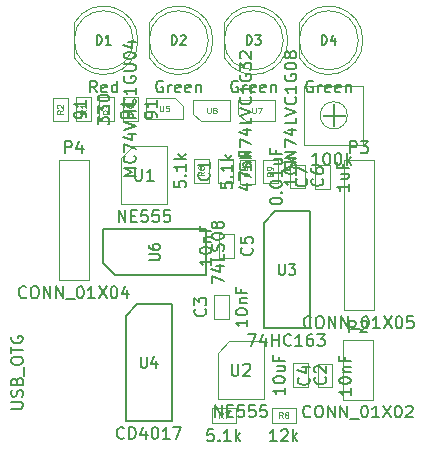
<source format=gbr>
%TF.GenerationSoftware,KiCad,Pcbnew,4.0.7*%
%TF.CreationDate,2018-02-09T12:23:56+01:00*%
%TF.ProjectId,Metronome,4D6574726F6E6F6D652E6B696361645F,1.0*%
%TF.FileFunction,Other,Fab,Top*%
%FSLAX46Y46*%
G04 Gerber Fmt 4.6, Leading zero omitted, Abs format (unit mm)*
G04 Created by KiCad (PCBNEW 4.0.7) date 02/09/18 12:23:56*
%MOMM*%
%LPD*%
G01*
G04 APERTURE LIST*
%ADD10C,0.127000*%
%ADD11C,0.100000*%
%ADD12C,0.150000*%
%ADD13C,0.200000*%
%ADD14C,0.075000*%
%ADD15C,0.135000*%
G04 APERTURE END LIST*
D10*
D11*
X156298900Y-89166700D02*
X156298900Y-101866700D01*
X156298900Y-101866700D02*
X158838900Y-101866700D01*
X158838900Y-101866700D02*
X158838900Y-89166700D01*
X158838900Y-89166700D02*
X156298900Y-89166700D01*
X138457900Y-87986700D02*
X141357900Y-87986700D01*
X141357900Y-87986700D02*
X141357900Y-92886700D01*
X141357900Y-92886700D02*
X137457900Y-92886700D01*
X137457900Y-92886700D02*
X137457900Y-88986700D01*
X137457900Y-88986700D02*
X138457900Y-87986700D01*
X146885900Y-91055700D02*
X145645900Y-91055700D01*
X146885900Y-89055700D02*
X146885900Y-91055700D01*
X145645900Y-89055700D02*
X146885900Y-89055700D01*
X145645900Y-91055700D02*
X145645900Y-89055700D01*
X151995900Y-106347700D02*
X153235900Y-106347700D01*
X151995900Y-108347700D02*
X151995900Y-106347700D01*
X153235900Y-108347700D02*
X151995900Y-108347700D01*
X153235900Y-106347700D02*
X153235900Y-108347700D01*
X146568400Y-102592700D02*
X145328400Y-102592700D01*
X146568400Y-100592700D02*
X146568400Y-102592700D01*
X145328400Y-100592700D02*
X146568400Y-100592700D01*
X145328400Y-102592700D02*
X145328400Y-100592700D01*
X155331400Y-108391200D02*
X154091400Y-108391200D01*
X155331400Y-106391200D02*
X155331400Y-108391200D01*
X154091400Y-106391200D02*
X155331400Y-106391200D01*
X154091400Y-108391200D02*
X154091400Y-106391200D01*
X145772900Y-95405700D02*
X147012900Y-95405700D01*
X145772900Y-97405700D02*
X145772900Y-95405700D01*
X147012900Y-97405700D02*
X145772900Y-97405700D01*
X147012900Y-95405700D02*
X147012900Y-97405700D01*
X151741900Y-89543700D02*
X152981900Y-89543700D01*
X151741900Y-91543700D02*
X151741900Y-89543700D01*
X152981900Y-91543700D02*
X151741900Y-91543700D01*
X152981900Y-89543700D02*
X152981900Y-91543700D01*
X155140900Y-91563700D02*
X153900900Y-91563700D01*
X155140900Y-89563700D02*
X155140900Y-91563700D01*
X153900900Y-89563700D02*
X155140900Y-89563700D01*
X153900900Y-91563700D02*
X153900900Y-89563700D01*
X133478884Y-80476366D02*
G75*
G03X133478900Y-77537006I2500016J1469666D01*
G01*
X138478900Y-79006700D02*
G75*
G03X138478900Y-79006700I-2500000J0D01*
G01*
X133478900Y-77537006D02*
X133478900Y-80476394D01*
X139828884Y-80476366D02*
G75*
G03X139828900Y-77537006I2500016J1469666D01*
G01*
X144828900Y-79006700D02*
G75*
G03X144828900Y-79006700I-2500000J0D01*
G01*
X139828900Y-77537006D02*
X139828900Y-80476394D01*
X146178884Y-80476366D02*
G75*
G03X146178900Y-77537006I2500016J1469666D01*
G01*
X151178900Y-79006700D02*
G75*
G03X151178900Y-79006700I-2500000J0D01*
G01*
X146178900Y-77537006D02*
X146178900Y-80476394D01*
X152528884Y-80476366D02*
G75*
G03X152528900Y-77537006I2500016J1469666D01*
G01*
X157528900Y-79006700D02*
G75*
G03X157528900Y-79006700I-2500000J0D01*
G01*
X152528900Y-77537006D02*
X152528900Y-80476394D01*
X156235400Y-104343200D02*
X156235400Y-109423200D01*
X156235400Y-109423200D02*
X158775400Y-109423200D01*
X158775400Y-109423200D02*
X158775400Y-104343200D01*
X158775400Y-104343200D02*
X156235400Y-104343200D01*
X132168900Y-89166700D02*
X132168900Y-99326700D01*
X132168900Y-99326700D02*
X134708900Y-99326700D01*
X134708900Y-99326700D02*
X134708900Y-89166700D01*
X134708900Y-89166700D02*
X132168900Y-89166700D01*
X134884400Y-85848700D02*
X133644400Y-85848700D01*
X134884400Y-83848700D02*
X134884400Y-85848700D01*
X133644400Y-83848700D02*
X134884400Y-83848700D01*
X133644400Y-85848700D02*
X133644400Y-83848700D01*
X132915900Y-85865200D02*
X131675900Y-85865200D01*
X132915900Y-83865200D02*
X132915900Y-85865200D01*
X131675900Y-83865200D02*
X132915900Y-83865200D01*
X131675900Y-85865200D02*
X131675900Y-83865200D01*
X136852900Y-85848700D02*
X135612900Y-85848700D01*
X136852900Y-83848700D02*
X136852900Y-85848700D01*
X135612900Y-83848700D02*
X136852900Y-83848700D01*
X135612900Y-85848700D02*
X135612900Y-83848700D01*
X138884900Y-85848700D02*
X137644900Y-85848700D01*
X138884900Y-83848700D02*
X138884900Y-85848700D01*
X137644900Y-83848700D02*
X138884900Y-83848700D01*
X137644900Y-85848700D02*
X137644900Y-83848700D01*
X147550900Y-89135700D02*
X148790900Y-89135700D01*
X147550900Y-91135700D02*
X147550900Y-89135700D01*
X148790900Y-91135700D02*
X147550900Y-91135700D01*
X148790900Y-89135700D02*
X148790900Y-91135700D01*
X143613900Y-89055700D02*
X144853900Y-89055700D01*
X143613900Y-91055700D02*
X143613900Y-89055700D01*
X144853900Y-91055700D02*
X143613900Y-91055700D01*
X144853900Y-89055700D02*
X144853900Y-91055700D01*
X145138900Y-111376700D02*
X145138900Y-110136700D01*
X147138900Y-111376700D02*
X145138900Y-111376700D01*
X147138900Y-110136700D02*
X147138900Y-111376700D01*
X145138900Y-110136700D02*
X147138900Y-110136700D01*
X150218900Y-111376700D02*
X150218900Y-110136700D01*
X152218900Y-111376700D02*
X150218900Y-111376700D01*
X152218900Y-110136700D02*
X152218900Y-111376700D01*
X150218900Y-110136700D02*
X152218900Y-110136700D01*
X150695900Y-91102700D02*
X149455900Y-91102700D01*
X150695900Y-89102700D02*
X150695900Y-91102700D01*
X149455900Y-89102700D02*
X150695900Y-89102700D01*
X149455900Y-91102700D02*
X149455900Y-89102700D01*
X152953900Y-82856700D02*
X152953900Y-87856700D01*
X152953900Y-87856700D02*
X157953900Y-87856700D01*
X157953900Y-87856700D02*
X157953900Y-82856700D01*
X157953900Y-82856700D02*
X152953900Y-82856700D01*
X154533900Y-85296700D02*
X155393900Y-85296700D01*
X155393900Y-85296700D02*
X155393900Y-84436700D01*
X155393900Y-84436700D02*
X155513900Y-84436700D01*
X155513900Y-84436700D02*
X155513900Y-85296700D01*
X155513900Y-85296700D02*
X156373900Y-85296700D01*
X156373900Y-85296700D02*
X156373900Y-85416700D01*
X156373900Y-85416700D02*
X155513900Y-85416700D01*
X155513900Y-85416700D02*
X155513900Y-86276700D01*
X155513900Y-86276700D02*
X155393900Y-86276700D01*
X155393900Y-86276700D02*
X155393900Y-85416700D01*
X155393900Y-85416700D02*
X154533900Y-85416700D01*
X154533900Y-85416700D02*
X154533900Y-85296700D01*
X156603900Y-85356700D02*
G75*
G03X156603900Y-85356700I-1150000J0D01*
G01*
X146618900Y-104496700D02*
X149518900Y-104496700D01*
X149518900Y-104496700D02*
X149518900Y-109396700D01*
X149518900Y-109396700D02*
X145618900Y-109396700D01*
X145618900Y-109396700D02*
X145618900Y-105496700D01*
X145618900Y-105496700D02*
X146618900Y-104496700D01*
D12*
X150522900Y-93487700D02*
X153422900Y-93487700D01*
X153422900Y-93487700D02*
X153422900Y-103387700D01*
X153422900Y-103387700D02*
X149522900Y-103387700D01*
X149522900Y-103387700D02*
X149522900Y-94487700D01*
X149522900Y-94487700D02*
X150522900Y-93487700D01*
X138838900Y-101361700D02*
X141738900Y-101361700D01*
X141738900Y-101361700D02*
X141738900Y-111261700D01*
X141738900Y-111261700D02*
X137838900Y-111261700D01*
X137838900Y-111261700D02*
X137838900Y-102361700D01*
X137838900Y-102361700D02*
X138838900Y-101361700D01*
X135946900Y-97896700D02*
X135946900Y-94996700D01*
X135946900Y-94996700D02*
X144646900Y-94996700D01*
X144646900Y-94996700D02*
X144646900Y-98896700D01*
X144646900Y-98896700D02*
X136946900Y-98896700D01*
X136946900Y-98896700D02*
X135946900Y-97896700D01*
D11*
X148032900Y-85875700D02*
X147382900Y-85225700D01*
X147382900Y-84075700D02*
X147382900Y-85225700D01*
X148032900Y-85875700D02*
X150482900Y-85875700D01*
X150482900Y-84075700D02*
X150482900Y-85875700D01*
X147382900Y-84075700D02*
X150482900Y-84075700D01*
X142024900Y-83901700D02*
X142674900Y-84551700D01*
X142674900Y-85701700D02*
X142674900Y-84551700D01*
X142024900Y-83901700D02*
X139574900Y-83901700D01*
X139574900Y-85701700D02*
X139574900Y-83901700D01*
X142674900Y-85701700D02*
X139574900Y-85701700D01*
X144222900Y-85875700D02*
X143572900Y-85225700D01*
X143572900Y-84075700D02*
X143572900Y-85225700D01*
X144222900Y-85875700D02*
X146672900Y-85875700D01*
X146672900Y-84075700D02*
X146672900Y-85875700D01*
X143572900Y-84075700D02*
X146672900Y-84075700D01*
D12*
X128128781Y-110184819D02*
X128938305Y-110184819D01*
X129033543Y-110137200D01*
X129081162Y-110089581D01*
X129128781Y-109994343D01*
X129128781Y-109803866D01*
X129081162Y-109708628D01*
X129033543Y-109661009D01*
X128938305Y-109613390D01*
X128128781Y-109613390D01*
X129081162Y-109184819D02*
X129128781Y-109041962D01*
X129128781Y-108803866D01*
X129081162Y-108708628D01*
X129033543Y-108661009D01*
X128938305Y-108613390D01*
X128843067Y-108613390D01*
X128747829Y-108661009D01*
X128700210Y-108708628D01*
X128652590Y-108803866D01*
X128604971Y-108994343D01*
X128557352Y-109089581D01*
X128509733Y-109137200D01*
X128414495Y-109184819D01*
X128319257Y-109184819D01*
X128224019Y-109137200D01*
X128176400Y-109089581D01*
X128128781Y-108994343D01*
X128128781Y-108756247D01*
X128176400Y-108613390D01*
X128604971Y-107851485D02*
X128652590Y-107708628D01*
X128700210Y-107661009D01*
X128795448Y-107613390D01*
X128938305Y-107613390D01*
X129033543Y-107661009D01*
X129081162Y-107708628D01*
X129128781Y-107803866D01*
X129128781Y-108184819D01*
X128128781Y-108184819D01*
X128128781Y-107851485D01*
X128176400Y-107756247D01*
X128224019Y-107708628D01*
X128319257Y-107661009D01*
X128414495Y-107661009D01*
X128509733Y-107708628D01*
X128557352Y-107756247D01*
X128604971Y-107851485D01*
X128604971Y-108184819D01*
X129224019Y-107422914D02*
X129224019Y-106661009D01*
X128128781Y-106232438D02*
X128128781Y-106041961D01*
X128176400Y-105946723D01*
X128271638Y-105851485D01*
X128462114Y-105803866D01*
X128795448Y-105803866D01*
X128985924Y-105851485D01*
X129081162Y-105946723D01*
X129128781Y-106041961D01*
X129128781Y-106232438D01*
X129081162Y-106327676D01*
X128985924Y-106422914D01*
X128795448Y-106470533D01*
X128462114Y-106470533D01*
X128271638Y-106422914D01*
X128176400Y-106327676D01*
X128128781Y-106232438D01*
X128128781Y-105518152D02*
X128128781Y-104946723D01*
X129128781Y-105232438D02*
X128128781Y-105232438D01*
X128176400Y-104089580D02*
X128128781Y-104184818D01*
X128128781Y-104327675D01*
X128176400Y-104470533D01*
X128271638Y-104565771D01*
X128366876Y-104613390D01*
X128557352Y-104661009D01*
X128700210Y-104661009D01*
X128890686Y-104613390D01*
X128985924Y-104565771D01*
X129081162Y-104470533D01*
X129128781Y-104327675D01*
X129128781Y-104232437D01*
X129081162Y-104089580D01*
X129033543Y-104041961D01*
X128700210Y-104041961D01*
X128700210Y-104232437D01*
X153545091Y-103283843D02*
X153497472Y-103331462D01*
X153354615Y-103379081D01*
X153259377Y-103379081D01*
X153116519Y-103331462D01*
X153021281Y-103236224D01*
X152973662Y-103140986D01*
X152926043Y-102950510D01*
X152926043Y-102807652D01*
X152973662Y-102617176D01*
X153021281Y-102521938D01*
X153116519Y-102426700D01*
X153259377Y-102379081D01*
X153354615Y-102379081D01*
X153497472Y-102426700D01*
X153545091Y-102474319D01*
X154164138Y-102379081D02*
X154354615Y-102379081D01*
X154449853Y-102426700D01*
X154545091Y-102521938D01*
X154592710Y-102712414D01*
X154592710Y-103045748D01*
X154545091Y-103236224D01*
X154449853Y-103331462D01*
X154354615Y-103379081D01*
X154164138Y-103379081D01*
X154068900Y-103331462D01*
X153973662Y-103236224D01*
X153926043Y-103045748D01*
X153926043Y-102712414D01*
X153973662Y-102521938D01*
X154068900Y-102426700D01*
X154164138Y-102379081D01*
X155021281Y-103379081D02*
X155021281Y-102379081D01*
X155592710Y-103379081D01*
X155592710Y-102379081D01*
X156068900Y-103379081D02*
X156068900Y-102379081D01*
X156640329Y-103379081D01*
X156640329Y-102379081D01*
X156878424Y-103474319D02*
X157640329Y-103474319D01*
X158068900Y-102379081D02*
X158164139Y-102379081D01*
X158259377Y-102426700D01*
X158306996Y-102474319D01*
X158354615Y-102569557D01*
X158402234Y-102760033D01*
X158402234Y-102998129D01*
X158354615Y-103188605D01*
X158306996Y-103283843D01*
X158259377Y-103331462D01*
X158164139Y-103379081D01*
X158068900Y-103379081D01*
X157973662Y-103331462D01*
X157926043Y-103283843D01*
X157878424Y-103188605D01*
X157830805Y-102998129D01*
X157830805Y-102760033D01*
X157878424Y-102569557D01*
X157926043Y-102474319D01*
X157973662Y-102426700D01*
X158068900Y-102379081D01*
X159354615Y-103379081D02*
X158783186Y-103379081D01*
X159068900Y-103379081D02*
X159068900Y-102379081D01*
X158973662Y-102521938D01*
X158878424Y-102617176D01*
X158783186Y-102664795D01*
X159687948Y-102379081D02*
X160354615Y-103379081D01*
X160354615Y-102379081D02*
X159687948Y-103379081D01*
X160926043Y-102379081D02*
X161021282Y-102379081D01*
X161116520Y-102426700D01*
X161164139Y-102474319D01*
X161211758Y-102569557D01*
X161259377Y-102760033D01*
X161259377Y-102998129D01*
X161211758Y-103188605D01*
X161164139Y-103283843D01*
X161116520Y-103331462D01*
X161021282Y-103379081D01*
X160926043Y-103379081D01*
X160830805Y-103331462D01*
X160783186Y-103283843D01*
X160735567Y-103188605D01*
X160687948Y-102998129D01*
X160687948Y-102760033D01*
X160735567Y-102569557D01*
X160783186Y-102474319D01*
X160830805Y-102426700D01*
X160926043Y-102379081D01*
X162164139Y-102379081D02*
X161687948Y-102379081D01*
X161640329Y-102855271D01*
X161687948Y-102807652D01*
X161783186Y-102760033D01*
X162021282Y-102760033D01*
X162116520Y-102807652D01*
X162164139Y-102855271D01*
X162211758Y-102950510D01*
X162211758Y-103188605D01*
X162164139Y-103283843D01*
X162116520Y-103331462D01*
X162021282Y-103379081D01*
X161783186Y-103379081D01*
X161687948Y-103331462D01*
X161640329Y-103283843D01*
X156830805Y-88559081D02*
X156830805Y-87559081D01*
X157211758Y-87559081D01*
X157306996Y-87606700D01*
X157354615Y-87654319D01*
X157402234Y-87749557D01*
X157402234Y-87892414D01*
X157354615Y-87987652D01*
X157306996Y-88035271D01*
X157211758Y-88082890D01*
X156830805Y-88082890D01*
X157735567Y-87559081D02*
X158354615Y-87559081D01*
X158021281Y-87940033D01*
X158164139Y-87940033D01*
X158259377Y-87987652D01*
X158306996Y-88035271D01*
X158354615Y-88130510D01*
X158354615Y-88368605D01*
X158306996Y-88463843D01*
X158259377Y-88511462D01*
X158164139Y-88559081D01*
X157878424Y-88559081D01*
X157783186Y-88511462D01*
X157735567Y-88463843D01*
X137241233Y-94389081D02*
X137241233Y-93389081D01*
X137812662Y-94389081D01*
X137812662Y-93389081D01*
X138288852Y-93865271D02*
X138622186Y-93865271D01*
X138765043Y-94389081D02*
X138288852Y-94389081D01*
X138288852Y-93389081D01*
X138765043Y-93389081D01*
X139669805Y-93389081D02*
X139193614Y-93389081D01*
X139145995Y-93865271D01*
X139193614Y-93817652D01*
X139288852Y-93770033D01*
X139526948Y-93770033D01*
X139622186Y-93817652D01*
X139669805Y-93865271D01*
X139717424Y-93960510D01*
X139717424Y-94198605D01*
X139669805Y-94293843D01*
X139622186Y-94341462D01*
X139526948Y-94389081D01*
X139288852Y-94389081D01*
X139193614Y-94341462D01*
X139145995Y-94293843D01*
X140622186Y-93389081D02*
X140145995Y-93389081D01*
X140098376Y-93865271D01*
X140145995Y-93817652D01*
X140241233Y-93770033D01*
X140479329Y-93770033D01*
X140574567Y-93817652D01*
X140622186Y-93865271D01*
X140669805Y-93960510D01*
X140669805Y-94198605D01*
X140622186Y-94293843D01*
X140574567Y-94341462D01*
X140479329Y-94389081D01*
X140241233Y-94389081D01*
X140145995Y-94341462D01*
X140098376Y-94293843D01*
X141574567Y-93389081D02*
X141098376Y-93389081D01*
X141050757Y-93865271D01*
X141098376Y-93817652D01*
X141193614Y-93770033D01*
X141431710Y-93770033D01*
X141526948Y-93817652D01*
X141574567Y-93865271D01*
X141622186Y-93960510D01*
X141622186Y-94198605D01*
X141574567Y-94293843D01*
X141526948Y-94341462D01*
X141431710Y-94389081D01*
X141193614Y-94389081D01*
X141098376Y-94341462D01*
X141050757Y-94293843D01*
X138645995Y-89889081D02*
X138645995Y-90698605D01*
X138693614Y-90793843D01*
X138741233Y-90841462D01*
X138836471Y-90889081D01*
X139026948Y-90889081D01*
X139122186Y-90841462D01*
X139169805Y-90793843D01*
X139217424Y-90698605D01*
X139217424Y-89889081D01*
X140217424Y-90889081D02*
X139645995Y-90889081D01*
X139931709Y-90889081D02*
X139931709Y-89889081D01*
X139836471Y-90031938D01*
X139741233Y-90127176D01*
X139645995Y-90174795D01*
X147801614Y-91222366D02*
X148468281Y-91222366D01*
X147420662Y-91460462D02*
X148134948Y-91698557D01*
X148134948Y-91079509D01*
X147468281Y-90793795D02*
X147468281Y-90127128D01*
X148468281Y-90555700D01*
X147801614Y-89746176D02*
X148468281Y-89746176D01*
X147896852Y-89746176D02*
X147849233Y-89698557D01*
X147801614Y-89603319D01*
X147801614Y-89460461D01*
X147849233Y-89365223D01*
X147944471Y-89317604D01*
X148468281Y-89317604D01*
X147944471Y-88508080D02*
X147944471Y-88841414D01*
X148468281Y-88841414D02*
X147468281Y-88841414D01*
X147468281Y-88365223D01*
X144873043Y-90222366D02*
X144920662Y-90269985D01*
X144968281Y-90412842D01*
X144968281Y-90508080D01*
X144920662Y-90650938D01*
X144825424Y-90746176D01*
X144730186Y-90793795D01*
X144539710Y-90841414D01*
X144396852Y-90841414D01*
X144206376Y-90793795D01*
X144111138Y-90746176D01*
X144015900Y-90650938D01*
X143968281Y-90508080D01*
X143968281Y-90412842D01*
X144015900Y-90269985D01*
X144063519Y-90222366D01*
X144968281Y-89269985D02*
X144968281Y-89841414D01*
X144968281Y-89555700D02*
X143968281Y-89555700D01*
X144111138Y-89650938D01*
X144206376Y-89746176D01*
X144253995Y-89841414D01*
X151318281Y-108419128D02*
X151318281Y-108990557D01*
X151318281Y-108704843D02*
X150318281Y-108704843D01*
X150461138Y-108800081D01*
X150556376Y-108895319D01*
X150603995Y-108990557D01*
X150318281Y-107800081D02*
X150318281Y-107704842D01*
X150365900Y-107609604D01*
X150413519Y-107561985D01*
X150508757Y-107514366D01*
X150699233Y-107466747D01*
X150937329Y-107466747D01*
X151127805Y-107514366D01*
X151223043Y-107561985D01*
X151270662Y-107609604D01*
X151318281Y-107704842D01*
X151318281Y-107800081D01*
X151270662Y-107895319D01*
X151223043Y-107942938D01*
X151127805Y-107990557D01*
X150937329Y-108038176D01*
X150699233Y-108038176D01*
X150508757Y-107990557D01*
X150413519Y-107942938D01*
X150365900Y-107895319D01*
X150318281Y-107800081D01*
X150651614Y-106609604D02*
X151318281Y-106609604D01*
X150651614Y-107038176D02*
X151175424Y-107038176D01*
X151270662Y-106990557D01*
X151318281Y-106895319D01*
X151318281Y-106752461D01*
X151270662Y-106657223D01*
X151223043Y-106609604D01*
X150794471Y-105800080D02*
X150794471Y-106133414D01*
X151318281Y-106133414D02*
X150318281Y-106133414D01*
X150318281Y-105657223D01*
X154723043Y-107514366D02*
X154770662Y-107561985D01*
X154818281Y-107704842D01*
X154818281Y-107800080D01*
X154770662Y-107942938D01*
X154675424Y-108038176D01*
X154580186Y-108085795D01*
X154389710Y-108133414D01*
X154246852Y-108133414D01*
X154056376Y-108085795D01*
X153961138Y-108038176D01*
X153865900Y-107942938D01*
X153818281Y-107800080D01*
X153818281Y-107704842D01*
X153865900Y-107561985D01*
X153913519Y-107514366D01*
X153913519Y-107133414D02*
X153865900Y-107085795D01*
X153818281Y-106990557D01*
X153818281Y-106752461D01*
X153865900Y-106657223D01*
X153913519Y-106609604D01*
X154008757Y-106561985D01*
X154103995Y-106561985D01*
X154246852Y-106609604D01*
X154818281Y-107181033D01*
X154818281Y-106561985D01*
X148150781Y-102664128D02*
X148150781Y-103235557D01*
X148150781Y-102949843D02*
X147150781Y-102949843D01*
X147293638Y-103045081D01*
X147388876Y-103140319D01*
X147436495Y-103235557D01*
X147150781Y-102045081D02*
X147150781Y-101949842D01*
X147198400Y-101854604D01*
X147246019Y-101806985D01*
X147341257Y-101759366D01*
X147531733Y-101711747D01*
X147769829Y-101711747D01*
X147960305Y-101759366D01*
X148055543Y-101806985D01*
X148103162Y-101854604D01*
X148150781Y-101949842D01*
X148150781Y-102045081D01*
X148103162Y-102140319D01*
X148055543Y-102187938D01*
X147960305Y-102235557D01*
X147769829Y-102283176D01*
X147531733Y-102283176D01*
X147341257Y-102235557D01*
X147246019Y-102187938D01*
X147198400Y-102140319D01*
X147150781Y-102045081D01*
X147484114Y-101283176D02*
X148150781Y-101283176D01*
X147579352Y-101283176D02*
X147531733Y-101235557D01*
X147484114Y-101140319D01*
X147484114Y-100997461D01*
X147531733Y-100902223D01*
X147626971Y-100854604D01*
X148150781Y-100854604D01*
X147626971Y-100045080D02*
X147626971Y-100378414D01*
X148150781Y-100378414D02*
X147150781Y-100378414D01*
X147150781Y-99902223D01*
X144555543Y-101759366D02*
X144603162Y-101806985D01*
X144650781Y-101949842D01*
X144650781Y-102045080D01*
X144603162Y-102187938D01*
X144507924Y-102283176D01*
X144412686Y-102330795D01*
X144222210Y-102378414D01*
X144079352Y-102378414D01*
X143888876Y-102330795D01*
X143793638Y-102283176D01*
X143698400Y-102187938D01*
X143650781Y-102045080D01*
X143650781Y-101949842D01*
X143698400Y-101806985D01*
X143746019Y-101759366D01*
X143650781Y-101426033D02*
X143650781Y-100806985D01*
X144031733Y-101140319D01*
X144031733Y-100997461D01*
X144079352Y-100902223D01*
X144126971Y-100854604D01*
X144222210Y-100806985D01*
X144460305Y-100806985D01*
X144555543Y-100854604D01*
X144603162Y-100902223D01*
X144650781Y-100997461D01*
X144650781Y-101283176D01*
X144603162Y-101378414D01*
X144555543Y-101426033D01*
X156913781Y-108462628D02*
X156913781Y-109034057D01*
X156913781Y-108748343D02*
X155913781Y-108748343D01*
X156056638Y-108843581D01*
X156151876Y-108938819D01*
X156199495Y-109034057D01*
X155913781Y-107843581D02*
X155913781Y-107748342D01*
X155961400Y-107653104D01*
X156009019Y-107605485D01*
X156104257Y-107557866D01*
X156294733Y-107510247D01*
X156532829Y-107510247D01*
X156723305Y-107557866D01*
X156818543Y-107605485D01*
X156866162Y-107653104D01*
X156913781Y-107748342D01*
X156913781Y-107843581D01*
X156866162Y-107938819D01*
X156818543Y-107986438D01*
X156723305Y-108034057D01*
X156532829Y-108081676D01*
X156294733Y-108081676D01*
X156104257Y-108034057D01*
X156009019Y-107986438D01*
X155961400Y-107938819D01*
X155913781Y-107843581D01*
X156247114Y-107081676D02*
X156913781Y-107081676D01*
X156342352Y-107081676D02*
X156294733Y-107034057D01*
X156247114Y-106938819D01*
X156247114Y-106795961D01*
X156294733Y-106700723D01*
X156389971Y-106653104D01*
X156913781Y-106653104D01*
X156389971Y-105843580D02*
X156389971Y-106176914D01*
X156913781Y-106176914D02*
X155913781Y-106176914D01*
X155913781Y-105700723D01*
X153318543Y-107557866D02*
X153366162Y-107605485D01*
X153413781Y-107748342D01*
X153413781Y-107843580D01*
X153366162Y-107986438D01*
X153270924Y-108081676D01*
X153175686Y-108129295D01*
X152985210Y-108176914D01*
X152842352Y-108176914D01*
X152651876Y-108129295D01*
X152556638Y-108081676D01*
X152461400Y-107986438D01*
X152413781Y-107843580D01*
X152413781Y-107748342D01*
X152461400Y-107605485D01*
X152509019Y-107557866D01*
X152747114Y-106700723D02*
X153413781Y-106700723D01*
X152366162Y-106938819D02*
X153080448Y-107176914D01*
X153080448Y-106557866D01*
X145095281Y-97477128D02*
X145095281Y-98048557D01*
X145095281Y-97762843D02*
X144095281Y-97762843D01*
X144238138Y-97858081D01*
X144333376Y-97953319D01*
X144380995Y-98048557D01*
X144095281Y-96858081D02*
X144095281Y-96762842D01*
X144142900Y-96667604D01*
X144190519Y-96619985D01*
X144285757Y-96572366D01*
X144476233Y-96524747D01*
X144714329Y-96524747D01*
X144904805Y-96572366D01*
X145000043Y-96619985D01*
X145047662Y-96667604D01*
X145095281Y-96762842D01*
X145095281Y-96858081D01*
X145047662Y-96953319D01*
X145000043Y-97000938D01*
X144904805Y-97048557D01*
X144714329Y-97096176D01*
X144476233Y-97096176D01*
X144285757Y-97048557D01*
X144190519Y-97000938D01*
X144142900Y-96953319D01*
X144095281Y-96858081D01*
X144428614Y-96096176D02*
X145095281Y-96096176D01*
X144523852Y-96096176D02*
X144476233Y-96048557D01*
X144428614Y-95953319D01*
X144428614Y-95810461D01*
X144476233Y-95715223D01*
X144571471Y-95667604D01*
X145095281Y-95667604D01*
X144571471Y-94858080D02*
X144571471Y-95191414D01*
X145095281Y-95191414D02*
X144095281Y-95191414D01*
X144095281Y-94715223D01*
X148500043Y-96572366D02*
X148547662Y-96619985D01*
X148595281Y-96762842D01*
X148595281Y-96858080D01*
X148547662Y-97000938D01*
X148452424Y-97096176D01*
X148357186Y-97143795D01*
X148166710Y-97191414D01*
X148023852Y-97191414D01*
X147833376Y-97143795D01*
X147738138Y-97096176D01*
X147642900Y-97000938D01*
X147595281Y-96858080D01*
X147595281Y-96762842D01*
X147642900Y-96619985D01*
X147690519Y-96572366D01*
X147595281Y-95667604D02*
X147595281Y-96143795D01*
X148071471Y-96191414D01*
X148023852Y-96143795D01*
X147976233Y-96048557D01*
X147976233Y-95810461D01*
X148023852Y-95715223D01*
X148071471Y-95667604D01*
X148166710Y-95619985D01*
X148404805Y-95619985D01*
X148500043Y-95667604D01*
X148547662Y-95715223D01*
X148595281Y-95810461D01*
X148595281Y-96048557D01*
X148547662Y-96143795D01*
X148500043Y-96191414D01*
X150064281Y-92662748D02*
X150064281Y-92567509D01*
X150111900Y-92472271D01*
X150159519Y-92424652D01*
X150254757Y-92377033D01*
X150445233Y-92329414D01*
X150683329Y-92329414D01*
X150873805Y-92377033D01*
X150969043Y-92424652D01*
X151016662Y-92472271D01*
X151064281Y-92567509D01*
X151064281Y-92662748D01*
X151016662Y-92757986D01*
X150969043Y-92805605D01*
X150873805Y-92853224D01*
X150683329Y-92900843D01*
X150445233Y-92900843D01*
X150254757Y-92853224D01*
X150159519Y-92805605D01*
X150111900Y-92757986D01*
X150064281Y-92662748D01*
X150969043Y-91900843D02*
X151016662Y-91853224D01*
X151064281Y-91900843D01*
X151016662Y-91948462D01*
X150969043Y-91900843D01*
X151064281Y-91900843D01*
X150064281Y-91234177D02*
X150064281Y-91138938D01*
X150111900Y-91043700D01*
X150159519Y-90996081D01*
X150254757Y-90948462D01*
X150445233Y-90900843D01*
X150683329Y-90900843D01*
X150873805Y-90948462D01*
X150969043Y-90996081D01*
X151016662Y-91043700D01*
X151064281Y-91138938D01*
X151064281Y-91234177D01*
X151016662Y-91329415D01*
X150969043Y-91377034D01*
X150873805Y-91424653D01*
X150683329Y-91472272D01*
X150445233Y-91472272D01*
X150254757Y-91424653D01*
X150159519Y-91377034D01*
X150111900Y-91329415D01*
X150064281Y-91234177D01*
X151064281Y-89948462D02*
X151064281Y-90519891D01*
X151064281Y-90234177D02*
X150064281Y-90234177D01*
X150207138Y-90329415D01*
X150302376Y-90424653D01*
X150349995Y-90519891D01*
X150397614Y-89091319D02*
X151064281Y-89091319D01*
X150397614Y-89519891D02*
X150921424Y-89519891D01*
X151016662Y-89472272D01*
X151064281Y-89377034D01*
X151064281Y-89234176D01*
X151016662Y-89138938D01*
X150969043Y-89091319D01*
X150540471Y-88281795D02*
X150540471Y-88615129D01*
X151064281Y-88615129D02*
X150064281Y-88615129D01*
X150064281Y-88138938D01*
X154469043Y-90710366D02*
X154516662Y-90757985D01*
X154564281Y-90900842D01*
X154564281Y-90996080D01*
X154516662Y-91138938D01*
X154421424Y-91234176D01*
X154326186Y-91281795D01*
X154135710Y-91329414D01*
X153992852Y-91329414D01*
X153802376Y-91281795D01*
X153707138Y-91234176D01*
X153611900Y-91138938D01*
X153564281Y-90996080D01*
X153564281Y-90900842D01*
X153611900Y-90757985D01*
X153659519Y-90710366D01*
X153564281Y-89853223D02*
X153564281Y-90043700D01*
X153611900Y-90138938D01*
X153659519Y-90186557D01*
X153802376Y-90281795D01*
X153992852Y-90329414D01*
X154373805Y-90329414D01*
X154469043Y-90281795D01*
X154516662Y-90234176D01*
X154564281Y-90138938D01*
X154564281Y-89948461D01*
X154516662Y-89853223D01*
X154469043Y-89805604D01*
X154373805Y-89757985D01*
X154135710Y-89757985D01*
X154040471Y-89805604D01*
X153992852Y-89853223D01*
X153945233Y-89948461D01*
X153945233Y-90138938D01*
X153992852Y-90234176D01*
X154040471Y-90281795D01*
X154135710Y-90329414D01*
X156723281Y-91158938D02*
X156723281Y-91730367D01*
X156723281Y-91444653D02*
X155723281Y-91444653D01*
X155866138Y-91539891D01*
X155961376Y-91635129D01*
X156008995Y-91730367D01*
X156056614Y-90301795D02*
X156723281Y-90301795D01*
X156056614Y-90730367D02*
X156580424Y-90730367D01*
X156675662Y-90682748D01*
X156723281Y-90587510D01*
X156723281Y-90444652D01*
X156675662Y-90349414D01*
X156628043Y-90301795D01*
X156199471Y-89492271D02*
X156199471Y-89825605D01*
X156723281Y-89825605D02*
X155723281Y-89825605D01*
X155723281Y-89349414D01*
X153128043Y-90730366D02*
X153175662Y-90777985D01*
X153223281Y-90920842D01*
X153223281Y-91016080D01*
X153175662Y-91158938D01*
X153080424Y-91254176D01*
X152985186Y-91301795D01*
X152794710Y-91349414D01*
X152651852Y-91349414D01*
X152461376Y-91301795D01*
X152366138Y-91254176D01*
X152270900Y-91158938D01*
X152223281Y-91016080D01*
X152223281Y-90920842D01*
X152270900Y-90777985D01*
X152318519Y-90730366D01*
X152223281Y-90397033D02*
X152223281Y-89730366D01*
X153223281Y-90158938D01*
X135407472Y-83419081D02*
X135074138Y-82942890D01*
X134836043Y-83419081D02*
X134836043Y-82419081D01*
X135216996Y-82419081D01*
X135312234Y-82466700D01*
X135359853Y-82514319D01*
X135407472Y-82609557D01*
X135407472Y-82752414D01*
X135359853Y-82847652D01*
X135312234Y-82895271D01*
X135216996Y-82942890D01*
X134836043Y-82942890D01*
X136216996Y-83371462D02*
X136121758Y-83419081D01*
X135931281Y-83419081D01*
X135836043Y-83371462D01*
X135788424Y-83276224D01*
X135788424Y-82895271D01*
X135836043Y-82800033D01*
X135931281Y-82752414D01*
X136121758Y-82752414D01*
X136216996Y-82800033D01*
X136264615Y-82895271D01*
X136264615Y-82990510D01*
X135788424Y-83085748D01*
X137121758Y-83419081D02*
X137121758Y-82419081D01*
X137121758Y-83371462D02*
X137026520Y-83419081D01*
X136836043Y-83419081D01*
X136740805Y-83371462D01*
X136693186Y-83323843D01*
X136645567Y-83228605D01*
X136645567Y-82942890D01*
X136693186Y-82847652D01*
X136740805Y-82800033D01*
X136836043Y-82752414D01*
X137026520Y-82752414D01*
X137121758Y-82800033D01*
D13*
X135368424Y-79368605D02*
X135368424Y-78568605D01*
X135558900Y-78568605D01*
X135673186Y-78606700D01*
X135749377Y-78682890D01*
X135787472Y-78759081D01*
X135825567Y-78911462D01*
X135825567Y-79025748D01*
X135787472Y-79178129D01*
X135749377Y-79254319D01*
X135673186Y-79330510D01*
X135558900Y-79368605D01*
X135368424Y-79368605D01*
X136587472Y-79368605D02*
X136130329Y-79368605D01*
X136358900Y-79368605D02*
X136358900Y-78568605D01*
X136282710Y-78682890D01*
X136206519Y-78759081D01*
X136130329Y-78797176D01*
D12*
X140971757Y-82466700D02*
X140876519Y-82419081D01*
X140733662Y-82419081D01*
X140590804Y-82466700D01*
X140495566Y-82561938D01*
X140447947Y-82657176D01*
X140400328Y-82847652D01*
X140400328Y-82990510D01*
X140447947Y-83180986D01*
X140495566Y-83276224D01*
X140590804Y-83371462D01*
X140733662Y-83419081D01*
X140828900Y-83419081D01*
X140971757Y-83371462D01*
X141019376Y-83323843D01*
X141019376Y-82990510D01*
X140828900Y-82990510D01*
X141447947Y-83419081D02*
X141447947Y-82752414D01*
X141447947Y-82942890D02*
X141495566Y-82847652D01*
X141543185Y-82800033D01*
X141638423Y-82752414D01*
X141733662Y-82752414D01*
X142447948Y-83371462D02*
X142352710Y-83419081D01*
X142162233Y-83419081D01*
X142066995Y-83371462D01*
X142019376Y-83276224D01*
X142019376Y-82895271D01*
X142066995Y-82800033D01*
X142162233Y-82752414D01*
X142352710Y-82752414D01*
X142447948Y-82800033D01*
X142495567Y-82895271D01*
X142495567Y-82990510D01*
X142019376Y-83085748D01*
X143305091Y-83371462D02*
X143209853Y-83419081D01*
X143019376Y-83419081D01*
X142924138Y-83371462D01*
X142876519Y-83276224D01*
X142876519Y-82895271D01*
X142924138Y-82800033D01*
X143019376Y-82752414D01*
X143209853Y-82752414D01*
X143305091Y-82800033D01*
X143352710Y-82895271D01*
X143352710Y-82990510D01*
X142876519Y-83085748D01*
X143781281Y-82752414D02*
X143781281Y-83419081D01*
X143781281Y-82847652D02*
X143828900Y-82800033D01*
X143924138Y-82752414D01*
X144066996Y-82752414D01*
X144162234Y-82800033D01*
X144209853Y-82895271D01*
X144209853Y-83419081D01*
D13*
X141718424Y-79368605D02*
X141718424Y-78568605D01*
X141908900Y-78568605D01*
X142023186Y-78606700D01*
X142099377Y-78682890D01*
X142137472Y-78759081D01*
X142175567Y-78911462D01*
X142175567Y-79025748D01*
X142137472Y-79178129D01*
X142099377Y-79254319D01*
X142023186Y-79330510D01*
X141908900Y-79368605D01*
X141718424Y-79368605D01*
X142480329Y-78644795D02*
X142518424Y-78606700D01*
X142594615Y-78568605D01*
X142785091Y-78568605D01*
X142861281Y-78606700D01*
X142899377Y-78644795D01*
X142937472Y-78720986D01*
X142937472Y-78797176D01*
X142899377Y-78911462D01*
X142442234Y-79368605D01*
X142937472Y-79368605D01*
D12*
X147321757Y-82466700D02*
X147226519Y-82419081D01*
X147083662Y-82419081D01*
X146940804Y-82466700D01*
X146845566Y-82561938D01*
X146797947Y-82657176D01*
X146750328Y-82847652D01*
X146750328Y-82990510D01*
X146797947Y-83180986D01*
X146845566Y-83276224D01*
X146940804Y-83371462D01*
X147083662Y-83419081D01*
X147178900Y-83419081D01*
X147321757Y-83371462D01*
X147369376Y-83323843D01*
X147369376Y-82990510D01*
X147178900Y-82990510D01*
X147797947Y-83419081D02*
X147797947Y-82752414D01*
X147797947Y-82942890D02*
X147845566Y-82847652D01*
X147893185Y-82800033D01*
X147988423Y-82752414D01*
X148083662Y-82752414D01*
X148797948Y-83371462D02*
X148702710Y-83419081D01*
X148512233Y-83419081D01*
X148416995Y-83371462D01*
X148369376Y-83276224D01*
X148369376Y-82895271D01*
X148416995Y-82800033D01*
X148512233Y-82752414D01*
X148702710Y-82752414D01*
X148797948Y-82800033D01*
X148845567Y-82895271D01*
X148845567Y-82990510D01*
X148369376Y-83085748D01*
X149655091Y-83371462D02*
X149559853Y-83419081D01*
X149369376Y-83419081D01*
X149274138Y-83371462D01*
X149226519Y-83276224D01*
X149226519Y-82895271D01*
X149274138Y-82800033D01*
X149369376Y-82752414D01*
X149559853Y-82752414D01*
X149655091Y-82800033D01*
X149702710Y-82895271D01*
X149702710Y-82990510D01*
X149226519Y-83085748D01*
X150131281Y-82752414D02*
X150131281Y-83419081D01*
X150131281Y-82847652D02*
X150178900Y-82800033D01*
X150274138Y-82752414D01*
X150416996Y-82752414D01*
X150512234Y-82800033D01*
X150559853Y-82895271D01*
X150559853Y-83419081D01*
D13*
X148068424Y-79368605D02*
X148068424Y-78568605D01*
X148258900Y-78568605D01*
X148373186Y-78606700D01*
X148449377Y-78682890D01*
X148487472Y-78759081D01*
X148525567Y-78911462D01*
X148525567Y-79025748D01*
X148487472Y-79178129D01*
X148449377Y-79254319D01*
X148373186Y-79330510D01*
X148258900Y-79368605D01*
X148068424Y-79368605D01*
X148792234Y-78568605D02*
X149287472Y-78568605D01*
X149020805Y-78873367D01*
X149135091Y-78873367D01*
X149211281Y-78911462D01*
X149249377Y-78949557D01*
X149287472Y-79025748D01*
X149287472Y-79216224D01*
X149249377Y-79292414D01*
X149211281Y-79330510D01*
X149135091Y-79368605D01*
X148906519Y-79368605D01*
X148830329Y-79330510D01*
X148792234Y-79292414D01*
D12*
X153671757Y-82466700D02*
X153576519Y-82419081D01*
X153433662Y-82419081D01*
X153290804Y-82466700D01*
X153195566Y-82561938D01*
X153147947Y-82657176D01*
X153100328Y-82847652D01*
X153100328Y-82990510D01*
X153147947Y-83180986D01*
X153195566Y-83276224D01*
X153290804Y-83371462D01*
X153433662Y-83419081D01*
X153528900Y-83419081D01*
X153671757Y-83371462D01*
X153719376Y-83323843D01*
X153719376Y-82990510D01*
X153528900Y-82990510D01*
X154147947Y-83419081D02*
X154147947Y-82752414D01*
X154147947Y-82942890D02*
X154195566Y-82847652D01*
X154243185Y-82800033D01*
X154338423Y-82752414D01*
X154433662Y-82752414D01*
X155147948Y-83371462D02*
X155052710Y-83419081D01*
X154862233Y-83419081D01*
X154766995Y-83371462D01*
X154719376Y-83276224D01*
X154719376Y-82895271D01*
X154766995Y-82800033D01*
X154862233Y-82752414D01*
X155052710Y-82752414D01*
X155147948Y-82800033D01*
X155195567Y-82895271D01*
X155195567Y-82990510D01*
X154719376Y-83085748D01*
X156005091Y-83371462D02*
X155909853Y-83419081D01*
X155719376Y-83419081D01*
X155624138Y-83371462D01*
X155576519Y-83276224D01*
X155576519Y-82895271D01*
X155624138Y-82800033D01*
X155719376Y-82752414D01*
X155909853Y-82752414D01*
X156005091Y-82800033D01*
X156052710Y-82895271D01*
X156052710Y-82990510D01*
X155576519Y-83085748D01*
X156481281Y-82752414D02*
X156481281Y-83419081D01*
X156481281Y-82847652D02*
X156528900Y-82800033D01*
X156624138Y-82752414D01*
X156766996Y-82752414D01*
X156862234Y-82800033D01*
X156909853Y-82895271D01*
X156909853Y-83419081D01*
D13*
X154418424Y-79368605D02*
X154418424Y-78568605D01*
X154608900Y-78568605D01*
X154723186Y-78606700D01*
X154799377Y-78682890D01*
X154837472Y-78759081D01*
X154875567Y-78911462D01*
X154875567Y-79025748D01*
X154837472Y-79178129D01*
X154799377Y-79254319D01*
X154723186Y-79330510D01*
X154608900Y-79368605D01*
X154418424Y-79368605D01*
X155561281Y-78835271D02*
X155561281Y-79368605D01*
X155370805Y-78530510D02*
X155180329Y-79101938D01*
X155675567Y-79101938D01*
D12*
X153481591Y-110840343D02*
X153433972Y-110887962D01*
X153291115Y-110935581D01*
X153195877Y-110935581D01*
X153053019Y-110887962D01*
X152957781Y-110792724D01*
X152910162Y-110697486D01*
X152862543Y-110507010D01*
X152862543Y-110364152D01*
X152910162Y-110173676D01*
X152957781Y-110078438D01*
X153053019Y-109983200D01*
X153195877Y-109935581D01*
X153291115Y-109935581D01*
X153433972Y-109983200D01*
X153481591Y-110030819D01*
X154100638Y-109935581D02*
X154291115Y-109935581D01*
X154386353Y-109983200D01*
X154481591Y-110078438D01*
X154529210Y-110268914D01*
X154529210Y-110602248D01*
X154481591Y-110792724D01*
X154386353Y-110887962D01*
X154291115Y-110935581D01*
X154100638Y-110935581D01*
X154005400Y-110887962D01*
X153910162Y-110792724D01*
X153862543Y-110602248D01*
X153862543Y-110268914D01*
X153910162Y-110078438D01*
X154005400Y-109983200D01*
X154100638Y-109935581D01*
X154957781Y-110935581D02*
X154957781Y-109935581D01*
X155529210Y-110935581D01*
X155529210Y-109935581D01*
X156005400Y-110935581D02*
X156005400Y-109935581D01*
X156576829Y-110935581D01*
X156576829Y-109935581D01*
X156814924Y-111030819D02*
X157576829Y-111030819D01*
X158005400Y-109935581D02*
X158100639Y-109935581D01*
X158195877Y-109983200D01*
X158243496Y-110030819D01*
X158291115Y-110126057D01*
X158338734Y-110316533D01*
X158338734Y-110554629D01*
X158291115Y-110745105D01*
X158243496Y-110840343D01*
X158195877Y-110887962D01*
X158100639Y-110935581D01*
X158005400Y-110935581D01*
X157910162Y-110887962D01*
X157862543Y-110840343D01*
X157814924Y-110745105D01*
X157767305Y-110554629D01*
X157767305Y-110316533D01*
X157814924Y-110126057D01*
X157862543Y-110030819D01*
X157910162Y-109983200D01*
X158005400Y-109935581D01*
X159291115Y-110935581D02*
X158719686Y-110935581D01*
X159005400Y-110935581D02*
X159005400Y-109935581D01*
X158910162Y-110078438D01*
X158814924Y-110173676D01*
X158719686Y-110221295D01*
X159624448Y-109935581D02*
X160291115Y-110935581D01*
X160291115Y-109935581D02*
X159624448Y-110935581D01*
X160862543Y-109935581D02*
X160957782Y-109935581D01*
X161053020Y-109983200D01*
X161100639Y-110030819D01*
X161148258Y-110126057D01*
X161195877Y-110316533D01*
X161195877Y-110554629D01*
X161148258Y-110745105D01*
X161100639Y-110840343D01*
X161053020Y-110887962D01*
X160957782Y-110935581D01*
X160862543Y-110935581D01*
X160767305Y-110887962D01*
X160719686Y-110840343D01*
X160672067Y-110745105D01*
X160624448Y-110554629D01*
X160624448Y-110316533D01*
X160672067Y-110126057D01*
X160719686Y-110030819D01*
X160767305Y-109983200D01*
X160862543Y-109935581D01*
X161576829Y-110030819D02*
X161624448Y-109983200D01*
X161719686Y-109935581D01*
X161957782Y-109935581D01*
X162053020Y-109983200D01*
X162100639Y-110030819D01*
X162148258Y-110126057D01*
X162148258Y-110221295D01*
X162100639Y-110364152D01*
X161529210Y-110935581D01*
X162148258Y-110935581D01*
X156767305Y-103735581D02*
X156767305Y-102735581D01*
X157148258Y-102735581D01*
X157243496Y-102783200D01*
X157291115Y-102830819D01*
X157338734Y-102926057D01*
X157338734Y-103068914D01*
X157291115Y-103164152D01*
X157243496Y-103211771D01*
X157148258Y-103259390D01*
X156767305Y-103259390D01*
X157719686Y-102830819D02*
X157767305Y-102783200D01*
X157862543Y-102735581D01*
X158100639Y-102735581D01*
X158195877Y-102783200D01*
X158243496Y-102830819D01*
X158291115Y-102926057D01*
X158291115Y-103021295D01*
X158243496Y-103164152D01*
X157672067Y-103735581D01*
X158291115Y-103735581D01*
X129415091Y-100743843D02*
X129367472Y-100791462D01*
X129224615Y-100839081D01*
X129129377Y-100839081D01*
X128986519Y-100791462D01*
X128891281Y-100696224D01*
X128843662Y-100600986D01*
X128796043Y-100410510D01*
X128796043Y-100267652D01*
X128843662Y-100077176D01*
X128891281Y-99981938D01*
X128986519Y-99886700D01*
X129129377Y-99839081D01*
X129224615Y-99839081D01*
X129367472Y-99886700D01*
X129415091Y-99934319D01*
X130034138Y-99839081D02*
X130224615Y-99839081D01*
X130319853Y-99886700D01*
X130415091Y-99981938D01*
X130462710Y-100172414D01*
X130462710Y-100505748D01*
X130415091Y-100696224D01*
X130319853Y-100791462D01*
X130224615Y-100839081D01*
X130034138Y-100839081D01*
X129938900Y-100791462D01*
X129843662Y-100696224D01*
X129796043Y-100505748D01*
X129796043Y-100172414D01*
X129843662Y-99981938D01*
X129938900Y-99886700D01*
X130034138Y-99839081D01*
X130891281Y-100839081D02*
X130891281Y-99839081D01*
X131462710Y-100839081D01*
X131462710Y-99839081D01*
X131938900Y-100839081D02*
X131938900Y-99839081D01*
X132510329Y-100839081D01*
X132510329Y-99839081D01*
X132748424Y-100934319D02*
X133510329Y-100934319D01*
X133938900Y-99839081D02*
X134034139Y-99839081D01*
X134129377Y-99886700D01*
X134176996Y-99934319D01*
X134224615Y-100029557D01*
X134272234Y-100220033D01*
X134272234Y-100458129D01*
X134224615Y-100648605D01*
X134176996Y-100743843D01*
X134129377Y-100791462D01*
X134034139Y-100839081D01*
X133938900Y-100839081D01*
X133843662Y-100791462D01*
X133796043Y-100743843D01*
X133748424Y-100648605D01*
X133700805Y-100458129D01*
X133700805Y-100220033D01*
X133748424Y-100029557D01*
X133796043Y-99934319D01*
X133843662Y-99886700D01*
X133938900Y-99839081D01*
X135224615Y-100839081D02*
X134653186Y-100839081D01*
X134938900Y-100839081D02*
X134938900Y-99839081D01*
X134843662Y-99981938D01*
X134748424Y-100077176D01*
X134653186Y-100124795D01*
X135557948Y-99839081D02*
X136224615Y-100839081D01*
X136224615Y-99839081D02*
X135557948Y-100839081D01*
X136796043Y-99839081D02*
X136891282Y-99839081D01*
X136986520Y-99886700D01*
X137034139Y-99934319D01*
X137081758Y-100029557D01*
X137129377Y-100220033D01*
X137129377Y-100458129D01*
X137081758Y-100648605D01*
X137034139Y-100743843D01*
X136986520Y-100791462D01*
X136891282Y-100839081D01*
X136796043Y-100839081D01*
X136700805Y-100791462D01*
X136653186Y-100743843D01*
X136605567Y-100648605D01*
X136557948Y-100458129D01*
X136557948Y-100220033D01*
X136605567Y-100029557D01*
X136653186Y-99934319D01*
X136700805Y-99886700D01*
X136796043Y-99839081D01*
X137986520Y-100172414D02*
X137986520Y-100839081D01*
X137748424Y-99791462D02*
X137510329Y-100505748D01*
X138129377Y-100505748D01*
X132700805Y-88559081D02*
X132700805Y-87559081D01*
X133081758Y-87559081D01*
X133176996Y-87606700D01*
X133224615Y-87654319D01*
X133272234Y-87749557D01*
X133272234Y-87892414D01*
X133224615Y-87987652D01*
X133176996Y-88035271D01*
X133081758Y-88082890D01*
X132700805Y-88082890D01*
X134129377Y-87892414D02*
X134129377Y-88559081D01*
X133891281Y-87511462D02*
X133653186Y-88225748D01*
X134272234Y-88225748D01*
X135466781Y-86134414D02*
X135466781Y-85515366D01*
X135847733Y-85848700D01*
X135847733Y-85705842D01*
X135895352Y-85610604D01*
X135942971Y-85562985D01*
X136038210Y-85515366D01*
X136276305Y-85515366D01*
X136371543Y-85562985D01*
X136419162Y-85610604D01*
X136466781Y-85705842D01*
X136466781Y-85991557D01*
X136419162Y-86086795D01*
X136371543Y-86134414D01*
X135466781Y-85182033D02*
X135466781Y-84562985D01*
X135847733Y-84896319D01*
X135847733Y-84753461D01*
X135895352Y-84658223D01*
X135942971Y-84610604D01*
X136038210Y-84562985D01*
X136276305Y-84562985D01*
X136371543Y-84610604D01*
X136419162Y-84658223D01*
X136466781Y-84753461D01*
X136466781Y-85039176D01*
X136419162Y-85134414D01*
X136371543Y-85182033D01*
X135466781Y-83943938D02*
X135466781Y-83848699D01*
X135514400Y-83753461D01*
X135562019Y-83705842D01*
X135657257Y-83658223D01*
X135847733Y-83610604D01*
X136085829Y-83610604D01*
X136276305Y-83658223D01*
X136371543Y-83705842D01*
X136419162Y-83753461D01*
X136466781Y-83848699D01*
X136466781Y-83943938D01*
X136419162Y-84039176D01*
X136371543Y-84086795D01*
X136276305Y-84134414D01*
X136085829Y-84182033D01*
X135847733Y-84182033D01*
X135657257Y-84134414D01*
X135562019Y-84086795D01*
X135514400Y-84039176D01*
X135466781Y-83943938D01*
D14*
X134490590Y-84932033D02*
X134252495Y-85098700D01*
X134490590Y-85217747D02*
X133990590Y-85217747D01*
X133990590Y-85027271D01*
X134014400Y-84979652D01*
X134038210Y-84955843D01*
X134085829Y-84932033D01*
X134157257Y-84932033D01*
X134204876Y-84955843D01*
X134228686Y-84979652D01*
X134252495Y-85027271D01*
X134252495Y-85217747D01*
X134490590Y-84455843D02*
X134490590Y-84741557D01*
X134490590Y-84598700D02*
X133990590Y-84598700D01*
X134062019Y-84646319D01*
X134109638Y-84693938D01*
X134133448Y-84741557D01*
D12*
X134498281Y-85531867D02*
X134498281Y-85341391D01*
X134450662Y-85246152D01*
X134403043Y-85198533D01*
X134260186Y-85103295D01*
X134069710Y-85055676D01*
X133688757Y-85055676D01*
X133593519Y-85103295D01*
X133545900Y-85150914D01*
X133498281Y-85246152D01*
X133498281Y-85436629D01*
X133545900Y-85531867D01*
X133593519Y-85579486D01*
X133688757Y-85627105D01*
X133926852Y-85627105D01*
X134022090Y-85579486D01*
X134069710Y-85531867D01*
X134117329Y-85436629D01*
X134117329Y-85246152D01*
X134069710Y-85150914D01*
X134022090Y-85103295D01*
X133926852Y-85055676D01*
X134498281Y-84103295D02*
X134498281Y-84674724D01*
X134498281Y-84389010D02*
X133498281Y-84389010D01*
X133641138Y-84484248D01*
X133736376Y-84579486D01*
X133783995Y-84674724D01*
D14*
X132522090Y-84948533D02*
X132283995Y-85115200D01*
X132522090Y-85234247D02*
X132022090Y-85234247D01*
X132022090Y-85043771D01*
X132045900Y-84996152D01*
X132069710Y-84972343D01*
X132117329Y-84948533D01*
X132188757Y-84948533D01*
X132236376Y-84972343D01*
X132260186Y-84996152D01*
X132283995Y-85043771D01*
X132283995Y-85234247D01*
X132069710Y-84758057D02*
X132045900Y-84734247D01*
X132022090Y-84686628D01*
X132022090Y-84567581D01*
X132045900Y-84519962D01*
X132069710Y-84496152D01*
X132117329Y-84472343D01*
X132164948Y-84472343D01*
X132236376Y-84496152D01*
X132522090Y-84781866D01*
X132522090Y-84472343D01*
D12*
X138435281Y-85515367D02*
X138435281Y-85324891D01*
X138387662Y-85229652D01*
X138340043Y-85182033D01*
X138197186Y-85086795D01*
X138006710Y-85039176D01*
X137625757Y-85039176D01*
X137530519Y-85086795D01*
X137482900Y-85134414D01*
X137435281Y-85229652D01*
X137435281Y-85420129D01*
X137482900Y-85515367D01*
X137530519Y-85562986D01*
X137625757Y-85610605D01*
X137863852Y-85610605D01*
X137959090Y-85562986D01*
X138006710Y-85515367D01*
X138054329Y-85420129D01*
X138054329Y-85229652D01*
X138006710Y-85134414D01*
X137959090Y-85086795D01*
X137863852Y-85039176D01*
X138435281Y-84086795D02*
X138435281Y-84658224D01*
X138435281Y-84372510D02*
X137435281Y-84372510D01*
X137578138Y-84467748D01*
X137673376Y-84562986D01*
X137720995Y-84658224D01*
D14*
X136459090Y-84932033D02*
X136220995Y-85098700D01*
X136459090Y-85217747D02*
X135959090Y-85217747D01*
X135959090Y-85027271D01*
X135982900Y-84979652D01*
X136006710Y-84955843D01*
X136054329Y-84932033D01*
X136125757Y-84932033D01*
X136173376Y-84955843D01*
X136197186Y-84979652D01*
X136220995Y-85027271D01*
X136220995Y-85217747D01*
X135959090Y-84765366D02*
X135959090Y-84455843D01*
X136149567Y-84622509D01*
X136149567Y-84551081D01*
X136173376Y-84503462D01*
X136197186Y-84479652D01*
X136244805Y-84455843D01*
X136363852Y-84455843D01*
X136411471Y-84479652D01*
X136435281Y-84503462D01*
X136459090Y-84551081D01*
X136459090Y-84693938D01*
X136435281Y-84741557D01*
X136411471Y-84765366D01*
D12*
X140467281Y-85515367D02*
X140467281Y-85324891D01*
X140419662Y-85229652D01*
X140372043Y-85182033D01*
X140229186Y-85086795D01*
X140038710Y-85039176D01*
X139657757Y-85039176D01*
X139562519Y-85086795D01*
X139514900Y-85134414D01*
X139467281Y-85229652D01*
X139467281Y-85420129D01*
X139514900Y-85515367D01*
X139562519Y-85562986D01*
X139657757Y-85610605D01*
X139895852Y-85610605D01*
X139991090Y-85562986D01*
X140038710Y-85515367D01*
X140086329Y-85420129D01*
X140086329Y-85229652D01*
X140038710Y-85134414D01*
X139991090Y-85086795D01*
X139895852Y-85039176D01*
X140467281Y-84086795D02*
X140467281Y-84658224D01*
X140467281Y-84372510D02*
X139467281Y-84372510D01*
X139610138Y-84467748D01*
X139705376Y-84562986D01*
X139752995Y-84658224D01*
D14*
X138491090Y-84932033D02*
X138252995Y-85098700D01*
X138491090Y-85217747D02*
X137991090Y-85217747D01*
X137991090Y-85027271D01*
X138014900Y-84979652D01*
X138038710Y-84955843D01*
X138086329Y-84932033D01*
X138157757Y-84932033D01*
X138205376Y-84955843D01*
X138229186Y-84979652D01*
X138252995Y-85027271D01*
X138252995Y-85217747D01*
X138157757Y-84503462D02*
X138491090Y-84503462D01*
X137967281Y-84622509D02*
X138324424Y-84741557D01*
X138324424Y-84432033D01*
D12*
X145873281Y-91016652D02*
X145873281Y-91492843D01*
X146349471Y-91540462D01*
X146301852Y-91492843D01*
X146254233Y-91397605D01*
X146254233Y-91159509D01*
X146301852Y-91064271D01*
X146349471Y-91016652D01*
X146444710Y-90969033D01*
X146682805Y-90969033D01*
X146778043Y-91016652D01*
X146825662Y-91064271D01*
X146873281Y-91159509D01*
X146873281Y-91397605D01*
X146825662Y-91492843D01*
X146778043Y-91540462D01*
X146778043Y-90540462D02*
X146825662Y-90492843D01*
X146873281Y-90540462D01*
X146825662Y-90588081D01*
X146778043Y-90540462D01*
X146873281Y-90540462D01*
X146873281Y-89540462D02*
X146873281Y-90111891D01*
X146873281Y-89826177D02*
X145873281Y-89826177D01*
X146016138Y-89921415D01*
X146111376Y-90016653D01*
X146158995Y-90111891D01*
X146873281Y-89111891D02*
X145873281Y-89111891D01*
X146492329Y-89016653D02*
X146873281Y-88730938D01*
X146206614Y-88730938D02*
X146587567Y-89111891D01*
D14*
X148397090Y-90219033D02*
X148158995Y-90385700D01*
X148397090Y-90504747D02*
X147897090Y-90504747D01*
X147897090Y-90314271D01*
X147920900Y-90266652D01*
X147944710Y-90242843D01*
X147992329Y-90219033D01*
X148063757Y-90219033D01*
X148111376Y-90242843D01*
X148135186Y-90266652D01*
X148158995Y-90314271D01*
X148158995Y-90504747D01*
X147897090Y-89766652D02*
X147897090Y-90004747D01*
X148135186Y-90028557D01*
X148111376Y-90004747D01*
X148087567Y-89957128D01*
X148087567Y-89838081D01*
X148111376Y-89790462D01*
X148135186Y-89766652D01*
X148182805Y-89742843D01*
X148301852Y-89742843D01*
X148349471Y-89766652D01*
X148373281Y-89790462D01*
X148397090Y-89838081D01*
X148397090Y-89957128D01*
X148373281Y-90004747D01*
X148349471Y-90028557D01*
D12*
X141936281Y-90936652D02*
X141936281Y-91412843D01*
X142412471Y-91460462D01*
X142364852Y-91412843D01*
X142317233Y-91317605D01*
X142317233Y-91079509D01*
X142364852Y-90984271D01*
X142412471Y-90936652D01*
X142507710Y-90889033D01*
X142745805Y-90889033D01*
X142841043Y-90936652D01*
X142888662Y-90984271D01*
X142936281Y-91079509D01*
X142936281Y-91317605D01*
X142888662Y-91412843D01*
X142841043Y-91460462D01*
X142841043Y-90460462D02*
X142888662Y-90412843D01*
X142936281Y-90460462D01*
X142888662Y-90508081D01*
X142841043Y-90460462D01*
X142936281Y-90460462D01*
X142936281Y-89460462D02*
X142936281Y-90031891D01*
X142936281Y-89746177D02*
X141936281Y-89746177D01*
X142079138Y-89841415D01*
X142174376Y-89936653D01*
X142221995Y-90031891D01*
X142936281Y-89031891D02*
X141936281Y-89031891D01*
X142555329Y-88936653D02*
X142936281Y-88650938D01*
X142269614Y-88650938D02*
X142650567Y-89031891D01*
D14*
X144460090Y-90139033D02*
X144221995Y-90305700D01*
X144460090Y-90424747D02*
X143960090Y-90424747D01*
X143960090Y-90234271D01*
X143983900Y-90186652D01*
X144007710Y-90162843D01*
X144055329Y-90139033D01*
X144126757Y-90139033D01*
X144174376Y-90162843D01*
X144198186Y-90186652D01*
X144221995Y-90234271D01*
X144221995Y-90424747D01*
X143960090Y-89710462D02*
X143960090Y-89805700D01*
X143983900Y-89853319D01*
X144007710Y-89877128D01*
X144079138Y-89924747D01*
X144174376Y-89948557D01*
X144364852Y-89948557D01*
X144412471Y-89924747D01*
X144436281Y-89900938D01*
X144460090Y-89853319D01*
X144460090Y-89758081D01*
X144436281Y-89710462D01*
X144412471Y-89686652D01*
X144364852Y-89662843D01*
X144245805Y-89662843D01*
X144198186Y-89686652D01*
X144174376Y-89710462D01*
X144150567Y-89758081D01*
X144150567Y-89853319D01*
X144174376Y-89900938D01*
X144198186Y-89924747D01*
X144245805Y-89948557D01*
D12*
X145257948Y-111959081D02*
X144781757Y-111959081D01*
X144734138Y-112435271D01*
X144781757Y-112387652D01*
X144876995Y-112340033D01*
X145115091Y-112340033D01*
X145210329Y-112387652D01*
X145257948Y-112435271D01*
X145305567Y-112530510D01*
X145305567Y-112768605D01*
X145257948Y-112863843D01*
X145210329Y-112911462D01*
X145115091Y-112959081D01*
X144876995Y-112959081D01*
X144781757Y-112911462D01*
X144734138Y-112863843D01*
X145734138Y-112863843D02*
X145781757Y-112911462D01*
X145734138Y-112959081D01*
X145686519Y-112911462D01*
X145734138Y-112863843D01*
X145734138Y-112959081D01*
X146734138Y-112959081D02*
X146162709Y-112959081D01*
X146448423Y-112959081D02*
X146448423Y-111959081D01*
X146353185Y-112101938D01*
X146257947Y-112197176D01*
X146162709Y-112244795D01*
X147162709Y-112959081D02*
X147162709Y-111959081D01*
X147257947Y-112578129D02*
X147543662Y-112959081D01*
X147543662Y-112292414D02*
X147162709Y-112673367D01*
D14*
X146055567Y-110982890D02*
X145888900Y-110744795D01*
X145769853Y-110982890D02*
X145769853Y-110482890D01*
X145960329Y-110482890D01*
X146007948Y-110506700D01*
X146031757Y-110530510D01*
X146055567Y-110578129D01*
X146055567Y-110649557D01*
X146031757Y-110697176D01*
X146007948Y-110720986D01*
X145960329Y-110744795D01*
X145769853Y-110744795D01*
X146222234Y-110482890D02*
X146555567Y-110482890D01*
X146341281Y-110982890D01*
D12*
X150623662Y-112959081D02*
X150052233Y-112959081D01*
X150337947Y-112959081D02*
X150337947Y-111959081D01*
X150242709Y-112101938D01*
X150147471Y-112197176D01*
X150052233Y-112244795D01*
X151004614Y-112054319D02*
X151052233Y-112006700D01*
X151147471Y-111959081D01*
X151385567Y-111959081D01*
X151480805Y-112006700D01*
X151528424Y-112054319D01*
X151576043Y-112149557D01*
X151576043Y-112244795D01*
X151528424Y-112387652D01*
X150956995Y-112959081D01*
X151576043Y-112959081D01*
X152004614Y-112959081D02*
X152004614Y-111959081D01*
X152099852Y-112578129D02*
X152385567Y-112959081D01*
X152385567Y-112292414D02*
X152004614Y-112673367D01*
D14*
X151135567Y-110982890D02*
X150968900Y-110744795D01*
X150849853Y-110982890D02*
X150849853Y-110482890D01*
X151040329Y-110482890D01*
X151087948Y-110506700D01*
X151111757Y-110530510D01*
X151135567Y-110578129D01*
X151135567Y-110649557D01*
X151111757Y-110697176D01*
X151087948Y-110720986D01*
X151040329Y-110744795D01*
X150849853Y-110744795D01*
X151421281Y-110697176D02*
X151373662Y-110673367D01*
X151349853Y-110649557D01*
X151326043Y-110601938D01*
X151326043Y-110578129D01*
X151349853Y-110530510D01*
X151373662Y-110506700D01*
X151421281Y-110482890D01*
X151516519Y-110482890D01*
X151564138Y-110506700D01*
X151587948Y-110530510D01*
X151611757Y-110578129D01*
X151611757Y-110601938D01*
X151587948Y-110649557D01*
X151564138Y-110673367D01*
X151516519Y-110697176D01*
X151421281Y-110697176D01*
X151373662Y-110720986D01*
X151349853Y-110744795D01*
X151326043Y-110792414D01*
X151326043Y-110887652D01*
X151349853Y-110935271D01*
X151373662Y-110959081D01*
X151421281Y-110982890D01*
X151516519Y-110982890D01*
X151564138Y-110959081D01*
X151587948Y-110935271D01*
X151611757Y-110887652D01*
X151611757Y-110792414D01*
X151587948Y-110744795D01*
X151564138Y-110720986D01*
X151516519Y-110697176D01*
D12*
X152278281Y-90697938D02*
X152278281Y-91269367D01*
X152278281Y-90983653D02*
X151278281Y-90983653D01*
X151421138Y-91078891D01*
X151516376Y-91174129D01*
X151563995Y-91269367D01*
X151278281Y-90078891D02*
X151278281Y-89983652D01*
X151325900Y-89888414D01*
X151373519Y-89840795D01*
X151468757Y-89793176D01*
X151659233Y-89745557D01*
X151897329Y-89745557D01*
X152087805Y-89793176D01*
X152183043Y-89840795D01*
X152230662Y-89888414D01*
X152278281Y-89983652D01*
X152278281Y-90078891D01*
X152230662Y-90174129D01*
X152183043Y-90221748D01*
X152087805Y-90269367D01*
X151897329Y-90316986D01*
X151659233Y-90316986D01*
X151468757Y-90269367D01*
X151373519Y-90221748D01*
X151325900Y-90174129D01*
X151278281Y-90078891D01*
X152278281Y-89316986D02*
X151278281Y-89316986D01*
X151897329Y-89221748D02*
X152278281Y-88936033D01*
X151611614Y-88936033D02*
X151992567Y-89316986D01*
D14*
X150302090Y-90186033D02*
X150063995Y-90352700D01*
X150302090Y-90471747D02*
X149802090Y-90471747D01*
X149802090Y-90281271D01*
X149825900Y-90233652D01*
X149849710Y-90209843D01*
X149897329Y-90186033D01*
X149968757Y-90186033D01*
X150016376Y-90209843D01*
X150040186Y-90233652D01*
X150063995Y-90281271D01*
X150063995Y-90471747D01*
X150302090Y-89947938D02*
X150302090Y-89852700D01*
X150278281Y-89805081D01*
X150254471Y-89781271D01*
X150183043Y-89733652D01*
X150087805Y-89709843D01*
X149897329Y-89709843D01*
X149849710Y-89733652D01*
X149825900Y-89757462D01*
X149802090Y-89805081D01*
X149802090Y-89900319D01*
X149825900Y-89947938D01*
X149849710Y-89971747D01*
X149897329Y-89995557D01*
X150016376Y-89995557D01*
X150063995Y-89971747D01*
X150087805Y-89947938D01*
X150111614Y-89900319D01*
X150111614Y-89805081D01*
X150087805Y-89757462D01*
X150063995Y-89733652D01*
X150016376Y-89709843D01*
D12*
X154202472Y-89559081D02*
X153631043Y-89559081D01*
X153916757Y-89559081D02*
X153916757Y-88559081D01*
X153821519Y-88701938D01*
X153726281Y-88797176D01*
X153631043Y-88844795D01*
X154821519Y-88559081D02*
X154916758Y-88559081D01*
X155011996Y-88606700D01*
X155059615Y-88654319D01*
X155107234Y-88749557D01*
X155154853Y-88940033D01*
X155154853Y-89178129D01*
X155107234Y-89368605D01*
X155059615Y-89463843D01*
X155011996Y-89511462D01*
X154916758Y-89559081D01*
X154821519Y-89559081D01*
X154726281Y-89511462D01*
X154678662Y-89463843D01*
X154631043Y-89368605D01*
X154583424Y-89178129D01*
X154583424Y-88940033D01*
X154631043Y-88749557D01*
X154678662Y-88654319D01*
X154726281Y-88606700D01*
X154821519Y-88559081D01*
X155773900Y-88559081D02*
X155869139Y-88559081D01*
X155964377Y-88606700D01*
X156011996Y-88654319D01*
X156059615Y-88749557D01*
X156107234Y-88940033D01*
X156107234Y-89178129D01*
X156059615Y-89368605D01*
X156011996Y-89463843D01*
X155964377Y-89511462D01*
X155869139Y-89559081D01*
X155773900Y-89559081D01*
X155678662Y-89511462D01*
X155631043Y-89463843D01*
X155583424Y-89368605D01*
X155535805Y-89178129D01*
X155535805Y-88940033D01*
X155583424Y-88749557D01*
X155631043Y-88654319D01*
X155678662Y-88606700D01*
X155773900Y-88559081D01*
X156535805Y-89559081D02*
X156535805Y-88559081D01*
X156631043Y-89178129D02*
X156916758Y-89559081D01*
X156916758Y-88892414D02*
X156535805Y-89273367D01*
X145402233Y-110899081D02*
X145402233Y-109899081D01*
X145973662Y-110899081D01*
X145973662Y-109899081D01*
X146449852Y-110375271D02*
X146783186Y-110375271D01*
X146926043Y-110899081D02*
X146449852Y-110899081D01*
X146449852Y-109899081D01*
X146926043Y-109899081D01*
X147830805Y-109899081D02*
X147354614Y-109899081D01*
X147306995Y-110375271D01*
X147354614Y-110327652D01*
X147449852Y-110280033D01*
X147687948Y-110280033D01*
X147783186Y-110327652D01*
X147830805Y-110375271D01*
X147878424Y-110470510D01*
X147878424Y-110708605D01*
X147830805Y-110803843D01*
X147783186Y-110851462D01*
X147687948Y-110899081D01*
X147449852Y-110899081D01*
X147354614Y-110851462D01*
X147306995Y-110803843D01*
X148783186Y-109899081D02*
X148306995Y-109899081D01*
X148259376Y-110375271D01*
X148306995Y-110327652D01*
X148402233Y-110280033D01*
X148640329Y-110280033D01*
X148735567Y-110327652D01*
X148783186Y-110375271D01*
X148830805Y-110470510D01*
X148830805Y-110708605D01*
X148783186Y-110803843D01*
X148735567Y-110851462D01*
X148640329Y-110899081D01*
X148402233Y-110899081D01*
X148306995Y-110851462D01*
X148259376Y-110803843D01*
X149735567Y-109899081D02*
X149259376Y-109899081D01*
X149211757Y-110375271D01*
X149259376Y-110327652D01*
X149354614Y-110280033D01*
X149592710Y-110280033D01*
X149687948Y-110327652D01*
X149735567Y-110375271D01*
X149783186Y-110470510D01*
X149783186Y-110708605D01*
X149735567Y-110803843D01*
X149687948Y-110851462D01*
X149592710Y-110899081D01*
X149354614Y-110899081D01*
X149259376Y-110851462D01*
X149211757Y-110803843D01*
X146806995Y-106399081D02*
X146806995Y-107208605D01*
X146854614Y-107303843D01*
X146902233Y-107351462D01*
X146997471Y-107399081D01*
X147187948Y-107399081D01*
X147283186Y-107351462D01*
X147330805Y-107303843D01*
X147378424Y-107208605D01*
X147378424Y-106399081D01*
X147806995Y-106494319D02*
X147854614Y-106446700D01*
X147949852Y-106399081D01*
X148187948Y-106399081D01*
X148283186Y-106446700D01*
X148330805Y-106494319D01*
X148378424Y-106589557D01*
X148378424Y-106684795D01*
X148330805Y-106827652D01*
X147759376Y-107399081D01*
X148378424Y-107399081D01*
X148210995Y-103890081D02*
X148877662Y-103890081D01*
X148449090Y-104890081D01*
X149687186Y-104223414D02*
X149687186Y-104890081D01*
X149449090Y-103842462D02*
X149210995Y-104556748D01*
X149830043Y-104556748D01*
X150210995Y-104890081D02*
X150210995Y-103890081D01*
X150210995Y-104366271D02*
X150782424Y-104366271D01*
X150782424Y-104890081D02*
X150782424Y-103890081D01*
X151830043Y-104794843D02*
X151782424Y-104842462D01*
X151639567Y-104890081D01*
X151544329Y-104890081D01*
X151401471Y-104842462D01*
X151306233Y-104747224D01*
X151258614Y-104651986D01*
X151210995Y-104461510D01*
X151210995Y-104318652D01*
X151258614Y-104128176D01*
X151306233Y-104032938D01*
X151401471Y-103937700D01*
X151544329Y-103890081D01*
X151639567Y-103890081D01*
X151782424Y-103937700D01*
X151830043Y-103985319D01*
X152782424Y-104890081D02*
X152210995Y-104890081D01*
X152496709Y-104890081D02*
X152496709Y-103890081D01*
X152401471Y-104032938D01*
X152306233Y-104128176D01*
X152210995Y-104175795D01*
X153639567Y-103890081D02*
X153449090Y-103890081D01*
X153353852Y-103937700D01*
X153306233Y-103985319D01*
X153210995Y-104128176D01*
X153163376Y-104318652D01*
X153163376Y-104699605D01*
X153210995Y-104794843D01*
X153258614Y-104842462D01*
X153353852Y-104890081D01*
X153544329Y-104890081D01*
X153639567Y-104842462D01*
X153687186Y-104794843D01*
X153734805Y-104699605D01*
X153734805Y-104461510D01*
X153687186Y-104366271D01*
X153639567Y-104318652D01*
X153544329Y-104271033D01*
X153353852Y-104271033D01*
X153258614Y-104318652D01*
X153210995Y-104366271D01*
X153163376Y-104461510D01*
X154068138Y-103890081D02*
X154687186Y-103890081D01*
X154353852Y-104271033D01*
X154496710Y-104271033D01*
X154591948Y-104318652D01*
X154639567Y-104366271D01*
X154687186Y-104461510D01*
X154687186Y-104699605D01*
X154639567Y-104794843D01*
X154591948Y-104842462D01*
X154496710Y-104890081D01*
X154210995Y-104890081D01*
X154115757Y-104842462D01*
X154068138Y-104794843D01*
D15*
X150787186Y-97944843D02*
X150787186Y-98673414D01*
X150830043Y-98759129D01*
X150872900Y-98801986D01*
X150958614Y-98844843D01*
X151130043Y-98844843D01*
X151215757Y-98801986D01*
X151258614Y-98759129D01*
X151301471Y-98673414D01*
X151301471Y-97944843D01*
X151644328Y-97944843D02*
X152201471Y-97944843D01*
X151901471Y-98287700D01*
X152030043Y-98287700D01*
X152115757Y-98330557D01*
X152158614Y-98373414D01*
X152201471Y-98459129D01*
X152201471Y-98673414D01*
X152158614Y-98759129D01*
X152115757Y-98801986D01*
X152030043Y-98844843D01*
X151772900Y-98844843D01*
X151687186Y-98801986D01*
X151644328Y-98759129D01*
D12*
X137693662Y-112668843D02*
X137646043Y-112716462D01*
X137503186Y-112764081D01*
X137407948Y-112764081D01*
X137265090Y-112716462D01*
X137169852Y-112621224D01*
X137122233Y-112525986D01*
X137074614Y-112335510D01*
X137074614Y-112192652D01*
X137122233Y-112002176D01*
X137169852Y-111906938D01*
X137265090Y-111811700D01*
X137407948Y-111764081D01*
X137503186Y-111764081D01*
X137646043Y-111811700D01*
X137693662Y-111859319D01*
X138122233Y-112764081D02*
X138122233Y-111764081D01*
X138360328Y-111764081D01*
X138503186Y-111811700D01*
X138598424Y-111906938D01*
X138646043Y-112002176D01*
X138693662Y-112192652D01*
X138693662Y-112335510D01*
X138646043Y-112525986D01*
X138598424Y-112621224D01*
X138503186Y-112716462D01*
X138360328Y-112764081D01*
X138122233Y-112764081D01*
X139550805Y-112097414D02*
X139550805Y-112764081D01*
X139312709Y-111716462D02*
X139074614Y-112430748D01*
X139693662Y-112430748D01*
X140265090Y-111764081D02*
X140360329Y-111764081D01*
X140455567Y-111811700D01*
X140503186Y-111859319D01*
X140550805Y-111954557D01*
X140598424Y-112145033D01*
X140598424Y-112383129D01*
X140550805Y-112573605D01*
X140503186Y-112668843D01*
X140455567Y-112716462D01*
X140360329Y-112764081D01*
X140265090Y-112764081D01*
X140169852Y-112716462D01*
X140122233Y-112668843D01*
X140074614Y-112573605D01*
X140026995Y-112383129D01*
X140026995Y-112145033D01*
X140074614Y-111954557D01*
X140122233Y-111859319D01*
X140169852Y-111811700D01*
X140265090Y-111764081D01*
X141550805Y-112764081D02*
X140979376Y-112764081D01*
X141265090Y-112764081D02*
X141265090Y-111764081D01*
X141169852Y-111906938D01*
X141074614Y-112002176D01*
X140979376Y-112049795D01*
X141884138Y-111764081D02*
X142550805Y-111764081D01*
X142122233Y-112764081D01*
D15*
X139103186Y-105818843D02*
X139103186Y-106547414D01*
X139146043Y-106633129D01*
X139188900Y-106675986D01*
X139274614Y-106718843D01*
X139446043Y-106718843D01*
X139531757Y-106675986D01*
X139574614Y-106633129D01*
X139617471Y-106547414D01*
X139617471Y-105818843D01*
X140431757Y-106118843D02*
X140431757Y-106718843D01*
X140217471Y-105775986D02*
X140003186Y-106418843D01*
X140560328Y-106418843D01*
D12*
X145124281Y-99589557D02*
X145124281Y-98922890D01*
X146124281Y-99351462D01*
X145457614Y-98113366D02*
X146124281Y-98113366D01*
X145076662Y-98351462D02*
X145790948Y-98589557D01*
X145790948Y-97970509D01*
X146124281Y-97113366D02*
X146124281Y-97589557D01*
X145124281Y-97589557D01*
X146076662Y-96827652D02*
X146124281Y-96684795D01*
X146124281Y-96446699D01*
X146076662Y-96351461D01*
X146029043Y-96303842D01*
X145933805Y-96256223D01*
X145838567Y-96256223D01*
X145743329Y-96303842D01*
X145695710Y-96351461D01*
X145648090Y-96446699D01*
X145600471Y-96637176D01*
X145552852Y-96732414D01*
X145505233Y-96780033D01*
X145409995Y-96827652D01*
X145314757Y-96827652D01*
X145219519Y-96780033D01*
X145171900Y-96732414D01*
X145124281Y-96637176D01*
X145124281Y-96399080D01*
X145171900Y-96256223D01*
X145124281Y-95637176D02*
X145124281Y-95541937D01*
X145171900Y-95446699D01*
X145219519Y-95399080D01*
X145314757Y-95351461D01*
X145505233Y-95303842D01*
X145743329Y-95303842D01*
X145933805Y-95351461D01*
X146029043Y-95399080D01*
X146076662Y-95446699D01*
X146124281Y-95541937D01*
X146124281Y-95637176D01*
X146076662Y-95732414D01*
X146029043Y-95780033D01*
X145933805Y-95827652D01*
X145743329Y-95875271D01*
X145505233Y-95875271D01*
X145314757Y-95827652D01*
X145219519Y-95780033D01*
X145171900Y-95732414D01*
X145124281Y-95637176D01*
X145552852Y-94732414D02*
X145505233Y-94827652D01*
X145457614Y-94875271D01*
X145362376Y-94922890D01*
X145314757Y-94922890D01*
X145219519Y-94875271D01*
X145171900Y-94827652D01*
X145124281Y-94732414D01*
X145124281Y-94541937D01*
X145171900Y-94446699D01*
X145219519Y-94399080D01*
X145314757Y-94351461D01*
X145362376Y-94351461D01*
X145457614Y-94399080D01*
X145505233Y-94446699D01*
X145552852Y-94541937D01*
X145552852Y-94732414D01*
X145600471Y-94827652D01*
X145648090Y-94875271D01*
X145743329Y-94922890D01*
X145933805Y-94922890D01*
X146029043Y-94875271D01*
X146076662Y-94827652D01*
X146124281Y-94732414D01*
X146124281Y-94541937D01*
X146076662Y-94446699D01*
X146029043Y-94399080D01*
X145933805Y-94351461D01*
X145743329Y-94351461D01*
X145648090Y-94399080D01*
X145600471Y-94446699D01*
X145552852Y-94541937D01*
D15*
X139804043Y-97632414D02*
X140532614Y-97632414D01*
X140618329Y-97589557D01*
X140661186Y-97546700D01*
X140704043Y-97460986D01*
X140704043Y-97289557D01*
X140661186Y-97203843D01*
X140618329Y-97160986D01*
X140532614Y-97118129D01*
X139804043Y-97118129D01*
X139804043Y-96303843D02*
X139804043Y-96475272D01*
X139846900Y-96560986D01*
X139889757Y-96603843D01*
X140018329Y-96689557D01*
X140189757Y-96732414D01*
X140532614Y-96732414D01*
X140618329Y-96689557D01*
X140661186Y-96646700D01*
X140704043Y-96560986D01*
X140704043Y-96389557D01*
X140661186Y-96303843D01*
X140618329Y-96260986D01*
X140532614Y-96218129D01*
X140318329Y-96218129D01*
X140232614Y-96260986D01*
X140189757Y-96303843D01*
X140146900Y-96389557D01*
X140146900Y-96560986D01*
X140189757Y-96646700D01*
X140232614Y-96689557D01*
X140318329Y-96732414D01*
D12*
X152237662Y-89999510D02*
X152285281Y-89856653D01*
X152285281Y-89618557D01*
X152237662Y-89523319D01*
X152190043Y-89475700D01*
X152094805Y-89428081D01*
X151999567Y-89428081D01*
X151904329Y-89475700D01*
X151856710Y-89523319D01*
X151809090Y-89618557D01*
X151761471Y-89809034D01*
X151713852Y-89904272D01*
X151666233Y-89951891D01*
X151570995Y-89999510D01*
X151475757Y-89999510D01*
X151380519Y-89951891D01*
X151332900Y-89904272D01*
X151285281Y-89809034D01*
X151285281Y-89570938D01*
X151332900Y-89428081D01*
X152285281Y-88999510D02*
X151285281Y-88999510D01*
X152285281Y-88428081D01*
X151285281Y-88428081D01*
X151285281Y-88047129D02*
X151285281Y-87380462D01*
X152285281Y-87809034D01*
X151618614Y-86570938D02*
X152285281Y-86570938D01*
X151237662Y-86809034D02*
X151951948Y-87047129D01*
X151951948Y-86428081D01*
X152285281Y-85570938D02*
X152285281Y-86047129D01*
X151285281Y-86047129D01*
X151285281Y-85380462D02*
X152285281Y-85047129D01*
X151285281Y-84713795D01*
X152190043Y-83809033D02*
X152237662Y-83856652D01*
X152285281Y-83999509D01*
X152285281Y-84094747D01*
X152237662Y-84237605D01*
X152142424Y-84332843D01*
X152047186Y-84380462D01*
X151856710Y-84428081D01*
X151713852Y-84428081D01*
X151523376Y-84380462D01*
X151428138Y-84332843D01*
X151332900Y-84237605D01*
X151285281Y-84094747D01*
X151285281Y-83999509D01*
X151332900Y-83856652D01*
X151380519Y-83809033D01*
X152285281Y-82856652D02*
X152285281Y-83428081D01*
X152285281Y-83142367D02*
X151285281Y-83142367D01*
X151428138Y-83237605D01*
X151523376Y-83332843D01*
X151570995Y-83428081D01*
X151332900Y-81904271D02*
X151285281Y-81999509D01*
X151285281Y-82142366D01*
X151332900Y-82285224D01*
X151428138Y-82380462D01*
X151523376Y-82428081D01*
X151713852Y-82475700D01*
X151856710Y-82475700D01*
X152047186Y-82428081D01*
X152142424Y-82380462D01*
X152237662Y-82285224D01*
X152285281Y-82142366D01*
X152285281Y-82047128D01*
X152237662Y-81904271D01*
X152190043Y-81856652D01*
X151856710Y-81856652D01*
X151856710Y-82047128D01*
X151285281Y-81237605D02*
X151285281Y-81142366D01*
X151332900Y-81047128D01*
X151380519Y-80999509D01*
X151475757Y-80951890D01*
X151666233Y-80904271D01*
X151904329Y-80904271D01*
X152094805Y-80951890D01*
X152190043Y-80999509D01*
X152237662Y-81047128D01*
X152285281Y-81142366D01*
X152285281Y-81237605D01*
X152237662Y-81332843D01*
X152190043Y-81380462D01*
X152094805Y-81428081D01*
X151904329Y-81475700D01*
X151666233Y-81475700D01*
X151475757Y-81428081D01*
X151380519Y-81380462D01*
X151332900Y-81332843D01*
X151285281Y-81237605D01*
X151713852Y-80332843D02*
X151666233Y-80428081D01*
X151618614Y-80475700D01*
X151523376Y-80523319D01*
X151475757Y-80523319D01*
X151380519Y-80475700D01*
X151332900Y-80428081D01*
X151285281Y-80332843D01*
X151285281Y-80142366D01*
X151332900Y-80047128D01*
X151380519Y-79999509D01*
X151475757Y-79951890D01*
X151523376Y-79951890D01*
X151618614Y-79999509D01*
X151666233Y-80047128D01*
X151713852Y-80142366D01*
X151713852Y-80332843D01*
X151761471Y-80428081D01*
X151809090Y-80475700D01*
X151904329Y-80523319D01*
X152094805Y-80523319D01*
X152190043Y-80475700D01*
X152237662Y-80428081D01*
X152285281Y-80332843D01*
X152285281Y-80142366D01*
X152237662Y-80047128D01*
X152190043Y-79999509D01*
X152094805Y-79951890D01*
X151904329Y-79951890D01*
X151809090Y-79999509D01*
X151761471Y-80047128D01*
X151713852Y-80142366D01*
D14*
X148551948Y-84701890D02*
X148551948Y-85106652D01*
X148575757Y-85154271D01*
X148599567Y-85178081D01*
X148647186Y-85201890D01*
X148742424Y-85201890D01*
X148790043Y-85178081D01*
X148813852Y-85154271D01*
X148837662Y-85106652D01*
X148837662Y-84701890D01*
X149028139Y-84701890D02*
X149361472Y-84701890D01*
X149147186Y-85201890D01*
D12*
X138677281Y-90492176D02*
X137677281Y-90492176D01*
X138391567Y-90158842D01*
X137677281Y-89825509D01*
X138677281Y-89825509D01*
X138582043Y-88777890D02*
X138629662Y-88825509D01*
X138677281Y-88968366D01*
X138677281Y-89063604D01*
X138629662Y-89206462D01*
X138534424Y-89301700D01*
X138439186Y-89349319D01*
X138248710Y-89396938D01*
X138105852Y-89396938D01*
X137915376Y-89349319D01*
X137820138Y-89301700D01*
X137724900Y-89206462D01*
X137677281Y-89063604D01*
X137677281Y-88968366D01*
X137724900Y-88825509D01*
X137772519Y-88777890D01*
X137677281Y-88444557D02*
X137677281Y-87777890D01*
X138677281Y-88206462D01*
X138010614Y-86968366D02*
X138677281Y-86968366D01*
X137629662Y-87206462D02*
X138343948Y-87444557D01*
X138343948Y-86825509D01*
X137677281Y-86587414D02*
X138677281Y-86254081D01*
X137677281Y-85920747D01*
X138677281Y-85587414D02*
X137677281Y-85587414D01*
X138153471Y-85587414D02*
X138153471Y-85015985D01*
X138677281Y-85015985D02*
X137677281Y-85015985D01*
X138582043Y-83968366D02*
X138629662Y-84015985D01*
X138677281Y-84158842D01*
X138677281Y-84254080D01*
X138629662Y-84396938D01*
X138534424Y-84492176D01*
X138439186Y-84539795D01*
X138248710Y-84587414D01*
X138105852Y-84587414D01*
X137915376Y-84539795D01*
X137820138Y-84492176D01*
X137724900Y-84396938D01*
X137677281Y-84254080D01*
X137677281Y-84158842D01*
X137724900Y-84015985D01*
X137772519Y-83968366D01*
X138677281Y-83015985D02*
X138677281Y-83587414D01*
X138677281Y-83301700D02*
X137677281Y-83301700D01*
X137820138Y-83396938D01*
X137915376Y-83492176D01*
X137962995Y-83587414D01*
X137724900Y-82063604D02*
X137677281Y-82158842D01*
X137677281Y-82301699D01*
X137724900Y-82444557D01*
X137820138Y-82539795D01*
X137915376Y-82587414D01*
X138105852Y-82635033D01*
X138248710Y-82635033D01*
X138439186Y-82587414D01*
X138534424Y-82539795D01*
X138629662Y-82444557D01*
X138677281Y-82301699D01*
X138677281Y-82206461D01*
X138629662Y-82063604D01*
X138582043Y-82015985D01*
X138248710Y-82015985D01*
X138248710Y-82206461D01*
X137677281Y-81587414D02*
X138486805Y-81587414D01*
X138582043Y-81539795D01*
X138629662Y-81492176D01*
X138677281Y-81396938D01*
X138677281Y-81206461D01*
X138629662Y-81111223D01*
X138582043Y-81063604D01*
X138486805Y-81015985D01*
X137677281Y-81015985D01*
X137677281Y-80349319D02*
X137677281Y-80254080D01*
X137724900Y-80158842D01*
X137772519Y-80111223D01*
X137867757Y-80063604D01*
X138058233Y-80015985D01*
X138296329Y-80015985D01*
X138486805Y-80063604D01*
X138582043Y-80111223D01*
X138629662Y-80158842D01*
X138677281Y-80254080D01*
X138677281Y-80349319D01*
X138629662Y-80444557D01*
X138582043Y-80492176D01*
X138486805Y-80539795D01*
X138296329Y-80587414D01*
X138058233Y-80587414D01*
X137867757Y-80539795D01*
X137772519Y-80492176D01*
X137724900Y-80444557D01*
X137677281Y-80349319D01*
X138010614Y-79158842D02*
X138677281Y-79158842D01*
X137629662Y-79396938D02*
X138343948Y-79635033D01*
X138343948Y-79015985D01*
D14*
X140743948Y-84527890D02*
X140743948Y-84932652D01*
X140767757Y-84980271D01*
X140791567Y-85004081D01*
X140839186Y-85027890D01*
X140934424Y-85027890D01*
X140982043Y-85004081D01*
X141005852Y-84980271D01*
X141029662Y-84932652D01*
X141029662Y-84527890D01*
X141505853Y-84527890D02*
X141267758Y-84527890D01*
X141243948Y-84765986D01*
X141267758Y-84742176D01*
X141315377Y-84718367D01*
X141434424Y-84718367D01*
X141482043Y-84742176D01*
X141505853Y-84765986D01*
X141529662Y-84813605D01*
X141529662Y-84932652D01*
X141505853Y-84980271D01*
X141482043Y-85004081D01*
X141434424Y-85027890D01*
X141315377Y-85027890D01*
X141267758Y-85004081D01*
X141243948Y-84980271D01*
D12*
X148427662Y-89999510D02*
X148475281Y-89856653D01*
X148475281Y-89618557D01*
X148427662Y-89523319D01*
X148380043Y-89475700D01*
X148284805Y-89428081D01*
X148189567Y-89428081D01*
X148094329Y-89475700D01*
X148046710Y-89523319D01*
X147999090Y-89618557D01*
X147951471Y-89809034D01*
X147903852Y-89904272D01*
X147856233Y-89951891D01*
X147760995Y-89999510D01*
X147665757Y-89999510D01*
X147570519Y-89951891D01*
X147522900Y-89904272D01*
X147475281Y-89809034D01*
X147475281Y-89570938D01*
X147522900Y-89428081D01*
X148475281Y-88999510D02*
X147475281Y-88999510D01*
X148475281Y-88428081D01*
X147475281Y-88428081D01*
X147475281Y-88047129D02*
X147475281Y-87380462D01*
X148475281Y-87809034D01*
X147808614Y-86570938D02*
X148475281Y-86570938D01*
X147427662Y-86809034D02*
X148141948Y-87047129D01*
X148141948Y-86428081D01*
X148475281Y-85570938D02*
X148475281Y-86047129D01*
X147475281Y-86047129D01*
X147475281Y-85380462D02*
X148475281Y-85047129D01*
X147475281Y-84713795D01*
X148380043Y-83809033D02*
X148427662Y-83856652D01*
X148475281Y-83999509D01*
X148475281Y-84094747D01*
X148427662Y-84237605D01*
X148332424Y-84332843D01*
X148237186Y-84380462D01*
X148046710Y-84428081D01*
X147903852Y-84428081D01*
X147713376Y-84380462D01*
X147618138Y-84332843D01*
X147522900Y-84237605D01*
X147475281Y-84094747D01*
X147475281Y-83999509D01*
X147522900Y-83856652D01*
X147570519Y-83809033D01*
X148475281Y-82856652D02*
X148475281Y-83428081D01*
X148475281Y-83142367D02*
X147475281Y-83142367D01*
X147618138Y-83237605D01*
X147713376Y-83332843D01*
X147760995Y-83428081D01*
X147522900Y-81904271D02*
X147475281Y-81999509D01*
X147475281Y-82142366D01*
X147522900Y-82285224D01*
X147618138Y-82380462D01*
X147713376Y-82428081D01*
X147903852Y-82475700D01*
X148046710Y-82475700D01*
X148237186Y-82428081D01*
X148332424Y-82380462D01*
X148427662Y-82285224D01*
X148475281Y-82142366D01*
X148475281Y-82047128D01*
X148427662Y-81904271D01*
X148380043Y-81856652D01*
X148046710Y-81856652D01*
X148046710Y-82047128D01*
X147475281Y-81523319D02*
X147475281Y-80904271D01*
X147856233Y-81237605D01*
X147856233Y-81094747D01*
X147903852Y-80999509D01*
X147951471Y-80951890D01*
X148046710Y-80904271D01*
X148284805Y-80904271D01*
X148380043Y-80951890D01*
X148427662Y-80999509D01*
X148475281Y-81094747D01*
X148475281Y-81380462D01*
X148427662Y-81475700D01*
X148380043Y-81523319D01*
X147570519Y-80523319D02*
X147522900Y-80475700D01*
X147475281Y-80380462D01*
X147475281Y-80142366D01*
X147522900Y-80047128D01*
X147570519Y-79999509D01*
X147665757Y-79951890D01*
X147760995Y-79951890D01*
X147903852Y-79999509D01*
X148475281Y-80570938D01*
X148475281Y-79951890D01*
D14*
X144741948Y-84701890D02*
X144741948Y-85106652D01*
X144765757Y-85154271D01*
X144789567Y-85178081D01*
X144837186Y-85201890D01*
X144932424Y-85201890D01*
X144980043Y-85178081D01*
X145003852Y-85154271D01*
X145027662Y-85106652D01*
X145027662Y-84701890D01*
X145337186Y-84916176D02*
X145289567Y-84892367D01*
X145265758Y-84868557D01*
X145241948Y-84820938D01*
X145241948Y-84797129D01*
X145265758Y-84749510D01*
X145289567Y-84725700D01*
X145337186Y-84701890D01*
X145432424Y-84701890D01*
X145480043Y-84725700D01*
X145503853Y-84749510D01*
X145527662Y-84797129D01*
X145527662Y-84820938D01*
X145503853Y-84868557D01*
X145480043Y-84892367D01*
X145432424Y-84916176D01*
X145337186Y-84916176D01*
X145289567Y-84939986D01*
X145265758Y-84963795D01*
X145241948Y-85011414D01*
X145241948Y-85106652D01*
X145265758Y-85154271D01*
X145289567Y-85178081D01*
X145337186Y-85201890D01*
X145432424Y-85201890D01*
X145480043Y-85178081D01*
X145503853Y-85154271D01*
X145527662Y-85106652D01*
X145527662Y-85011414D01*
X145503853Y-84963795D01*
X145480043Y-84939986D01*
X145432424Y-84916176D01*
M02*

</source>
